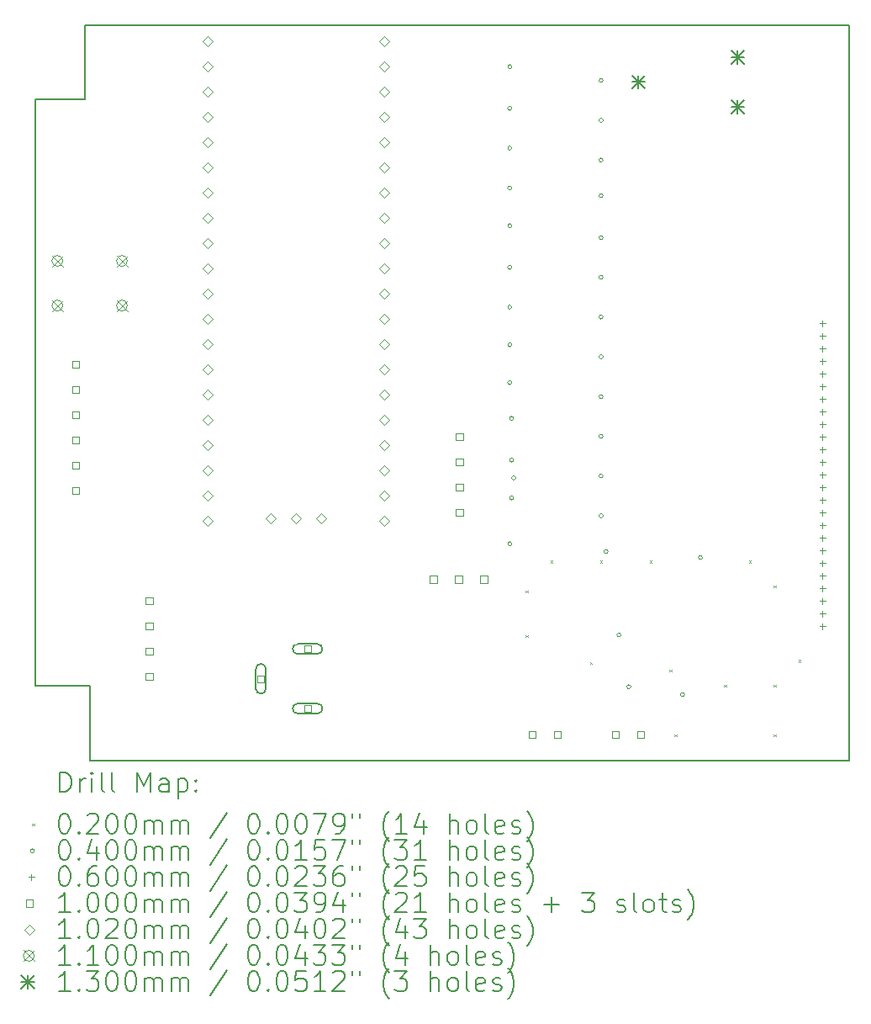
<source format=gbr>
%TF.GenerationSoftware,KiCad,Pcbnew,(6.0.7)*%
%TF.CreationDate,2023-01-31T21:08:54+00:00*%
%TF.ProjectId,dmf-5008-backpack,646d662d-3530-4303-982d-6261636b7061,rev?*%
%TF.SameCoordinates,Original*%
%TF.FileFunction,Drillmap*%
%TF.FilePolarity,Positive*%
%FSLAX45Y45*%
G04 Gerber Fmt 4.5, Leading zero omitted, Abs format (unit mm)*
G04 Created by KiCad (PCBNEW (6.0.7)) date 2023-01-31 21:08:54*
%MOMM*%
%LPD*%
G01*
G04 APERTURE LIST*
%ADD10C,0.150000*%
%ADD11C,0.200000*%
%ADD12C,0.020000*%
%ADD13C,0.040000*%
%ADD14C,0.060000*%
%ADD15C,0.100000*%
%ADD16C,0.102000*%
%ADD17C,0.110000*%
%ADD18C,0.130000*%
G04 APERTURE END LIST*
D10*
X10850000Y-12750000D02*
X10300000Y-12750000D01*
X18500000Y-6100000D02*
X18500000Y-13500000D01*
X10300000Y-6850000D02*
X10800000Y-6850000D01*
X10800000Y-6850000D02*
X10800000Y-6100000D01*
X10850000Y-13500000D02*
X10850000Y-12750000D01*
X10800000Y-6100000D02*
X18500000Y-6100000D01*
X18500000Y-13500000D02*
X10850000Y-13500000D01*
X10300000Y-12750000D02*
X10300000Y-6850000D01*
D11*
D12*
X15240000Y-11790000D02*
X15260000Y-11810000D01*
X15260000Y-11790000D02*
X15240000Y-11810000D01*
X15240000Y-12240000D02*
X15260000Y-12260000D01*
X15260000Y-12240000D02*
X15240000Y-12260000D01*
X15490000Y-11490000D02*
X15510000Y-11510000D01*
X15510000Y-11490000D02*
X15490000Y-11510000D01*
X15890000Y-12510000D02*
X15910000Y-12530000D01*
X15910000Y-12510000D02*
X15890000Y-12530000D01*
X15990000Y-11490000D02*
X16010000Y-11510000D01*
X16010000Y-11490000D02*
X15990000Y-11510000D01*
X16490000Y-11490000D02*
X16510000Y-11510000D01*
X16510000Y-11490000D02*
X16490000Y-11510000D01*
X16690000Y-12590000D02*
X16710000Y-12610000D01*
X16710000Y-12590000D02*
X16690000Y-12610000D01*
X16740000Y-13240000D02*
X16760000Y-13260000D01*
X16760000Y-13240000D02*
X16740000Y-13260000D01*
X17240000Y-12740000D02*
X17260000Y-12760000D01*
X17260000Y-12740000D02*
X17240000Y-12760000D01*
X17490000Y-11490000D02*
X17510000Y-11510000D01*
X17510000Y-11490000D02*
X17490000Y-11510000D01*
X17740000Y-11740000D02*
X17760000Y-11760000D01*
X17760000Y-11740000D02*
X17740000Y-11760000D01*
X17740000Y-12740000D02*
X17760000Y-12760000D01*
X17760000Y-12740000D02*
X17740000Y-12760000D01*
X17740000Y-13240000D02*
X17760000Y-13260000D01*
X17760000Y-13240000D02*
X17740000Y-13260000D01*
X17990000Y-12490000D02*
X18010000Y-12510000D01*
X18010000Y-12490000D02*
X17990000Y-12510000D01*
D13*
X15100000Y-6520000D02*
G75*
G03*
X15100000Y-6520000I-20000J0D01*
G01*
X15100000Y-6940000D02*
G75*
G03*
X15100000Y-6940000I-20000J0D01*
G01*
X15100000Y-7340000D02*
G75*
G03*
X15100000Y-7340000I-20000J0D01*
G01*
X15100000Y-7740000D02*
G75*
G03*
X15100000Y-7740000I-20000J0D01*
G01*
X15100000Y-8120000D02*
G75*
G03*
X15100000Y-8120000I-20000J0D01*
G01*
X15100000Y-8540000D02*
G75*
G03*
X15100000Y-8540000I-20000J0D01*
G01*
X15100000Y-8940000D02*
G75*
G03*
X15100000Y-8940000I-20000J0D01*
G01*
X15100000Y-9320000D02*
G75*
G03*
X15100000Y-9320000I-20000J0D01*
G01*
X15100000Y-9700000D02*
G75*
G03*
X15100000Y-9700000I-20000J0D01*
G01*
X15100000Y-11320000D02*
G75*
G03*
X15100000Y-11320000I-20000J0D01*
G01*
X15120000Y-10060000D02*
G75*
G03*
X15120000Y-10060000I-20000J0D01*
G01*
X15120000Y-10480000D02*
G75*
G03*
X15120000Y-10480000I-20000J0D01*
G01*
X15120000Y-10860000D02*
G75*
G03*
X15120000Y-10860000I-20000J0D01*
G01*
X15140000Y-10660000D02*
G75*
G03*
X15140000Y-10660000I-20000J0D01*
G01*
X16020000Y-6660000D02*
G75*
G03*
X16020000Y-6660000I-20000J0D01*
G01*
X16020000Y-7060000D02*
G75*
G03*
X16020000Y-7060000I-20000J0D01*
G01*
X16020000Y-7460000D02*
G75*
G03*
X16020000Y-7460000I-20000J0D01*
G01*
X16020000Y-7820000D02*
G75*
G03*
X16020000Y-7820000I-20000J0D01*
G01*
X16020000Y-8240000D02*
G75*
G03*
X16020000Y-8240000I-20000J0D01*
G01*
X16020000Y-8640000D02*
G75*
G03*
X16020000Y-8640000I-20000J0D01*
G01*
X16020000Y-9040000D02*
G75*
G03*
X16020000Y-9040000I-20000J0D01*
G01*
X16020000Y-9440000D02*
G75*
G03*
X16020000Y-9440000I-20000J0D01*
G01*
X16020000Y-9840000D02*
G75*
G03*
X16020000Y-9840000I-20000J0D01*
G01*
X16020000Y-10240000D02*
G75*
G03*
X16020000Y-10240000I-20000J0D01*
G01*
X16020000Y-10640000D02*
G75*
G03*
X16020000Y-10640000I-20000J0D01*
G01*
X16020000Y-11040000D02*
G75*
G03*
X16020000Y-11040000I-20000J0D01*
G01*
X16070000Y-11400000D02*
G75*
G03*
X16070000Y-11400000I-20000J0D01*
G01*
X16200000Y-12240000D02*
G75*
G03*
X16200000Y-12240000I-20000J0D01*
G01*
X16300000Y-12760000D02*
G75*
G03*
X16300000Y-12760000I-20000J0D01*
G01*
X16840000Y-12840000D02*
G75*
G03*
X16840000Y-12840000I-20000J0D01*
G01*
X17020000Y-11460000D02*
G75*
G03*
X17020000Y-11460000I-20000J0D01*
G01*
D14*
X18230000Y-9072000D02*
X18230000Y-9132000D01*
X18200000Y-9102000D02*
X18260000Y-9102000D01*
X18230000Y-9199000D02*
X18230000Y-9259000D01*
X18200000Y-9229000D02*
X18260000Y-9229000D01*
X18230000Y-9326000D02*
X18230000Y-9386000D01*
X18200000Y-9356000D02*
X18260000Y-9356000D01*
X18230000Y-9453000D02*
X18230000Y-9513000D01*
X18200000Y-9483000D02*
X18260000Y-9483000D01*
X18230000Y-9580000D02*
X18230000Y-9640000D01*
X18200000Y-9610000D02*
X18260000Y-9610000D01*
X18230000Y-9707000D02*
X18230000Y-9767000D01*
X18200000Y-9737000D02*
X18260000Y-9737000D01*
X18230000Y-9834000D02*
X18230000Y-9894000D01*
X18200000Y-9864000D02*
X18260000Y-9864000D01*
X18230000Y-9961000D02*
X18230000Y-10021000D01*
X18200000Y-9991000D02*
X18260000Y-9991000D01*
X18230000Y-10088000D02*
X18230000Y-10148000D01*
X18200000Y-10118000D02*
X18260000Y-10118000D01*
X18230000Y-10215000D02*
X18230000Y-10275000D01*
X18200000Y-10245000D02*
X18260000Y-10245000D01*
X18230000Y-10342000D02*
X18230000Y-10402000D01*
X18200000Y-10372000D02*
X18260000Y-10372000D01*
X18230000Y-10469000D02*
X18230000Y-10529000D01*
X18200000Y-10499000D02*
X18260000Y-10499000D01*
X18230000Y-10596000D02*
X18230000Y-10656000D01*
X18200000Y-10626000D02*
X18260000Y-10626000D01*
X18230000Y-10723000D02*
X18230000Y-10783000D01*
X18200000Y-10753000D02*
X18260000Y-10753000D01*
X18230000Y-10850000D02*
X18230000Y-10910000D01*
X18200000Y-10880000D02*
X18260000Y-10880000D01*
X18230000Y-10977000D02*
X18230000Y-11037000D01*
X18200000Y-11007000D02*
X18260000Y-11007000D01*
X18230000Y-11104000D02*
X18230000Y-11164000D01*
X18200000Y-11134000D02*
X18260000Y-11134000D01*
X18230000Y-11231000D02*
X18230000Y-11291000D01*
X18200000Y-11261000D02*
X18260000Y-11261000D01*
X18230000Y-11358000D02*
X18230000Y-11418000D01*
X18200000Y-11388000D02*
X18260000Y-11388000D01*
X18230000Y-11485000D02*
X18230000Y-11545000D01*
X18200000Y-11515000D02*
X18260000Y-11515000D01*
X18230000Y-11612000D02*
X18230000Y-11672000D01*
X18200000Y-11642000D02*
X18260000Y-11642000D01*
X18230000Y-11739000D02*
X18230000Y-11799000D01*
X18200000Y-11769000D02*
X18260000Y-11769000D01*
X18230000Y-11866000D02*
X18230000Y-11926000D01*
X18200000Y-11896000D02*
X18260000Y-11896000D01*
X18230000Y-11993000D02*
X18230000Y-12053000D01*
X18200000Y-12023000D02*
X18260000Y-12023000D01*
X18230000Y-12120000D02*
X18230000Y-12180000D01*
X18200000Y-12150000D02*
X18260000Y-12150000D01*
D15*
X10745356Y-9550356D02*
X10745356Y-9479644D01*
X10674644Y-9479644D01*
X10674644Y-9550356D01*
X10745356Y-9550356D01*
X10745356Y-9804356D02*
X10745356Y-9733644D01*
X10674644Y-9733644D01*
X10674644Y-9804356D01*
X10745356Y-9804356D01*
X10745356Y-10058356D02*
X10745356Y-9987644D01*
X10674644Y-9987644D01*
X10674644Y-10058356D01*
X10745356Y-10058356D01*
X10745356Y-10312356D02*
X10745356Y-10241644D01*
X10674644Y-10241644D01*
X10674644Y-10312356D01*
X10745356Y-10312356D01*
X10745356Y-10566356D02*
X10745356Y-10495644D01*
X10674644Y-10495644D01*
X10674644Y-10566356D01*
X10745356Y-10566356D01*
X10745356Y-10820356D02*
X10745356Y-10749644D01*
X10674644Y-10749644D01*
X10674644Y-10820356D01*
X10745356Y-10820356D01*
X11485356Y-11931356D02*
X11485356Y-11860644D01*
X11414644Y-11860644D01*
X11414644Y-11931356D01*
X11485356Y-11931356D01*
X11485356Y-12185356D02*
X11485356Y-12114644D01*
X11414644Y-12114644D01*
X11414644Y-12185356D01*
X11485356Y-12185356D01*
X11485356Y-12439356D02*
X11485356Y-12368644D01*
X11414644Y-12368644D01*
X11414644Y-12439356D01*
X11485356Y-12439356D01*
X11485356Y-12693356D02*
X11485356Y-12622644D01*
X11414644Y-12622644D01*
X11414644Y-12693356D01*
X11485356Y-12693356D01*
X12609606Y-12715356D02*
X12609606Y-12644644D01*
X12538894Y-12644644D01*
X12538894Y-12715356D01*
X12609606Y-12715356D01*
D11*
X12624250Y-12780000D02*
X12624250Y-12580000D01*
X12524250Y-12780000D02*
X12524250Y-12580000D01*
X12624250Y-12580000D02*
G75*
G03*
X12524250Y-12580000I-50000J0D01*
G01*
X12524250Y-12780000D02*
G75*
G03*
X12624250Y-12780000I50000J0D01*
G01*
D15*
X13079606Y-12415356D02*
X13079606Y-12344644D01*
X13008894Y-12344644D01*
X13008894Y-12415356D01*
X13079606Y-12415356D01*
D11*
X12944250Y-12430000D02*
X13144250Y-12430000D01*
X12944250Y-12330000D02*
X13144250Y-12330000D01*
X13144250Y-12430000D02*
G75*
G03*
X13144250Y-12330000I0J50000D01*
G01*
X12944250Y-12330000D02*
G75*
G03*
X12944250Y-12430000I0J-50000D01*
G01*
D15*
X13079606Y-13015356D02*
X13079606Y-12944644D01*
X13008894Y-12944644D01*
X13008894Y-13015356D01*
X13079606Y-13015356D01*
D11*
X12944250Y-13030000D02*
X13144250Y-13030000D01*
X12944250Y-12930000D02*
X13144250Y-12930000D01*
X13144250Y-13030000D02*
G75*
G03*
X13144250Y-12930000I0J50000D01*
G01*
X12944250Y-12930000D02*
G75*
G03*
X12944250Y-13030000I0J-50000D01*
G01*
D15*
X14347356Y-11715356D02*
X14347356Y-11644644D01*
X14276644Y-11644644D01*
X14276644Y-11715356D01*
X14347356Y-11715356D01*
X14601356Y-11715356D02*
X14601356Y-11644644D01*
X14530644Y-11644644D01*
X14530644Y-11715356D01*
X14601356Y-11715356D01*
X14610356Y-10277356D02*
X14610356Y-10206644D01*
X14539644Y-10206644D01*
X14539644Y-10277356D01*
X14610356Y-10277356D01*
X14610356Y-10531356D02*
X14610356Y-10460644D01*
X14539644Y-10460644D01*
X14539644Y-10531356D01*
X14610356Y-10531356D01*
X14610356Y-10785356D02*
X14610356Y-10714644D01*
X14539644Y-10714644D01*
X14539644Y-10785356D01*
X14610356Y-10785356D01*
X14610356Y-11039356D02*
X14610356Y-10968644D01*
X14539644Y-10968644D01*
X14539644Y-11039356D01*
X14610356Y-11039356D01*
X14855356Y-11715356D02*
X14855356Y-11644644D01*
X14784644Y-11644644D01*
X14784644Y-11715356D01*
X14855356Y-11715356D01*
X15341356Y-13275356D02*
X15341356Y-13204644D01*
X15270644Y-13204644D01*
X15270644Y-13275356D01*
X15341356Y-13275356D01*
X15595356Y-13275356D02*
X15595356Y-13204644D01*
X15524644Y-13204644D01*
X15524644Y-13275356D01*
X15595356Y-13275356D01*
X16181356Y-13275356D02*
X16181356Y-13204644D01*
X16110644Y-13204644D01*
X16110644Y-13275356D01*
X16181356Y-13275356D01*
X16435356Y-13275356D02*
X16435356Y-13204644D01*
X16364644Y-13204644D01*
X16364644Y-13275356D01*
X16435356Y-13275356D01*
D16*
X12036000Y-6313000D02*
X12087000Y-6262000D01*
X12036000Y-6211000D01*
X11985000Y-6262000D01*
X12036000Y-6313000D01*
X12036000Y-6567000D02*
X12087000Y-6516000D01*
X12036000Y-6465000D01*
X11985000Y-6516000D01*
X12036000Y-6567000D01*
X12036000Y-6821000D02*
X12087000Y-6770000D01*
X12036000Y-6719000D01*
X11985000Y-6770000D01*
X12036000Y-6821000D01*
X12036000Y-7075000D02*
X12087000Y-7024000D01*
X12036000Y-6973000D01*
X11985000Y-7024000D01*
X12036000Y-7075000D01*
X12036000Y-7329000D02*
X12087000Y-7278000D01*
X12036000Y-7227000D01*
X11985000Y-7278000D01*
X12036000Y-7329000D01*
X12036000Y-7583000D02*
X12087000Y-7532000D01*
X12036000Y-7481000D01*
X11985000Y-7532000D01*
X12036000Y-7583000D01*
X12036000Y-7837000D02*
X12087000Y-7786000D01*
X12036000Y-7735000D01*
X11985000Y-7786000D01*
X12036000Y-7837000D01*
X12036000Y-8091000D02*
X12087000Y-8040000D01*
X12036000Y-7989000D01*
X11985000Y-8040000D01*
X12036000Y-8091000D01*
X12036000Y-8345000D02*
X12087000Y-8294000D01*
X12036000Y-8243000D01*
X11985000Y-8294000D01*
X12036000Y-8345000D01*
X12036000Y-8599000D02*
X12087000Y-8548000D01*
X12036000Y-8497000D01*
X11985000Y-8548000D01*
X12036000Y-8599000D01*
X12036000Y-8853000D02*
X12087000Y-8802000D01*
X12036000Y-8751000D01*
X11985000Y-8802000D01*
X12036000Y-8853000D01*
X12036000Y-9107000D02*
X12087000Y-9056000D01*
X12036000Y-9005000D01*
X11985000Y-9056000D01*
X12036000Y-9107000D01*
X12036000Y-9361000D02*
X12087000Y-9310000D01*
X12036000Y-9259000D01*
X11985000Y-9310000D01*
X12036000Y-9361000D01*
X12036000Y-9615000D02*
X12087000Y-9564000D01*
X12036000Y-9513000D01*
X11985000Y-9564000D01*
X12036000Y-9615000D01*
X12036000Y-9869000D02*
X12087000Y-9818000D01*
X12036000Y-9767000D01*
X11985000Y-9818000D01*
X12036000Y-9869000D01*
X12036000Y-10123000D02*
X12087000Y-10072000D01*
X12036000Y-10021000D01*
X11985000Y-10072000D01*
X12036000Y-10123000D01*
X12036000Y-10377000D02*
X12087000Y-10326000D01*
X12036000Y-10275000D01*
X11985000Y-10326000D01*
X12036000Y-10377000D01*
X12036000Y-10631000D02*
X12087000Y-10580000D01*
X12036000Y-10529000D01*
X11985000Y-10580000D01*
X12036000Y-10631000D01*
X12036000Y-10885000D02*
X12087000Y-10834000D01*
X12036000Y-10783000D01*
X11985000Y-10834000D01*
X12036000Y-10885000D01*
X12036000Y-11139000D02*
X12087000Y-11088000D01*
X12036000Y-11037000D01*
X11985000Y-11088000D01*
X12036000Y-11139000D01*
X12671000Y-11116000D02*
X12722000Y-11065000D01*
X12671000Y-11014000D01*
X12620000Y-11065000D01*
X12671000Y-11116000D01*
X12925000Y-11116000D02*
X12976000Y-11065000D01*
X12925000Y-11014000D01*
X12874000Y-11065000D01*
X12925000Y-11116000D01*
X13179000Y-11116000D02*
X13230000Y-11065000D01*
X13179000Y-11014000D01*
X13128000Y-11065000D01*
X13179000Y-11116000D01*
X13814000Y-6313000D02*
X13865000Y-6262000D01*
X13814000Y-6211000D01*
X13763000Y-6262000D01*
X13814000Y-6313000D01*
X13814000Y-6567000D02*
X13865000Y-6516000D01*
X13814000Y-6465000D01*
X13763000Y-6516000D01*
X13814000Y-6567000D01*
X13814000Y-6821000D02*
X13865000Y-6770000D01*
X13814000Y-6719000D01*
X13763000Y-6770000D01*
X13814000Y-6821000D01*
X13814000Y-7075000D02*
X13865000Y-7024000D01*
X13814000Y-6973000D01*
X13763000Y-7024000D01*
X13814000Y-7075000D01*
X13814000Y-7329000D02*
X13865000Y-7278000D01*
X13814000Y-7227000D01*
X13763000Y-7278000D01*
X13814000Y-7329000D01*
X13814000Y-7583000D02*
X13865000Y-7532000D01*
X13814000Y-7481000D01*
X13763000Y-7532000D01*
X13814000Y-7583000D01*
X13814000Y-7837000D02*
X13865000Y-7786000D01*
X13814000Y-7735000D01*
X13763000Y-7786000D01*
X13814000Y-7837000D01*
X13814000Y-8091000D02*
X13865000Y-8040000D01*
X13814000Y-7989000D01*
X13763000Y-8040000D01*
X13814000Y-8091000D01*
X13814000Y-8345000D02*
X13865000Y-8294000D01*
X13814000Y-8243000D01*
X13763000Y-8294000D01*
X13814000Y-8345000D01*
X13814000Y-8599000D02*
X13865000Y-8548000D01*
X13814000Y-8497000D01*
X13763000Y-8548000D01*
X13814000Y-8599000D01*
X13814000Y-8853000D02*
X13865000Y-8802000D01*
X13814000Y-8751000D01*
X13763000Y-8802000D01*
X13814000Y-8853000D01*
X13814000Y-9107000D02*
X13865000Y-9056000D01*
X13814000Y-9005000D01*
X13763000Y-9056000D01*
X13814000Y-9107000D01*
X13814000Y-9361000D02*
X13865000Y-9310000D01*
X13814000Y-9259000D01*
X13763000Y-9310000D01*
X13814000Y-9361000D01*
X13814000Y-9615000D02*
X13865000Y-9564000D01*
X13814000Y-9513000D01*
X13763000Y-9564000D01*
X13814000Y-9615000D01*
X13814000Y-9869000D02*
X13865000Y-9818000D01*
X13814000Y-9767000D01*
X13763000Y-9818000D01*
X13814000Y-9869000D01*
X13814000Y-10123000D02*
X13865000Y-10072000D01*
X13814000Y-10021000D01*
X13763000Y-10072000D01*
X13814000Y-10123000D01*
X13814000Y-10377000D02*
X13865000Y-10326000D01*
X13814000Y-10275000D01*
X13763000Y-10326000D01*
X13814000Y-10377000D01*
X13814000Y-10631000D02*
X13865000Y-10580000D01*
X13814000Y-10529000D01*
X13763000Y-10580000D01*
X13814000Y-10631000D01*
X13814000Y-10885000D02*
X13865000Y-10834000D01*
X13814000Y-10783000D01*
X13763000Y-10834000D01*
X13814000Y-10885000D01*
X13814000Y-11139000D02*
X13865000Y-11088000D01*
X13814000Y-11037000D01*
X13763000Y-11088000D01*
X13814000Y-11139000D01*
D17*
X10470000Y-8420000D02*
X10580000Y-8530000D01*
X10580000Y-8420000D02*
X10470000Y-8530000D01*
X10580000Y-8475000D02*
G75*
G03*
X10580000Y-8475000I-55000J0D01*
G01*
X10470000Y-8870000D02*
X10580000Y-8980000D01*
X10580000Y-8870000D02*
X10470000Y-8980000D01*
X10580000Y-8925000D02*
G75*
G03*
X10580000Y-8925000I-55000J0D01*
G01*
X11120000Y-8420000D02*
X11230000Y-8530000D01*
X11230000Y-8420000D02*
X11120000Y-8530000D01*
X11230000Y-8475000D02*
G75*
G03*
X11230000Y-8475000I-55000J0D01*
G01*
X11120000Y-8870000D02*
X11230000Y-8980000D01*
X11230000Y-8870000D02*
X11120000Y-8980000D01*
X11230000Y-8925000D02*
G75*
G03*
X11230000Y-8925000I-55000J0D01*
G01*
D18*
X16310000Y-6610000D02*
X16440000Y-6740000D01*
X16440000Y-6610000D02*
X16310000Y-6740000D01*
X16375000Y-6610000D02*
X16375000Y-6740000D01*
X16310000Y-6675000D02*
X16440000Y-6675000D01*
X17310000Y-6360000D02*
X17440000Y-6490000D01*
X17440000Y-6360000D02*
X17310000Y-6490000D01*
X17375000Y-6360000D02*
X17375000Y-6490000D01*
X17310000Y-6425000D02*
X17440000Y-6425000D01*
X17310000Y-6860000D02*
X17440000Y-6990000D01*
X17440000Y-6860000D02*
X17310000Y-6990000D01*
X17375000Y-6860000D02*
X17375000Y-6990000D01*
X17310000Y-6925000D02*
X17440000Y-6925000D01*
D11*
X10550119Y-13817976D02*
X10550119Y-13617976D01*
X10597738Y-13617976D01*
X10626310Y-13627500D01*
X10645357Y-13646548D01*
X10654881Y-13665595D01*
X10664405Y-13703690D01*
X10664405Y-13732262D01*
X10654881Y-13770357D01*
X10645357Y-13789405D01*
X10626310Y-13808452D01*
X10597738Y-13817976D01*
X10550119Y-13817976D01*
X10750119Y-13817976D02*
X10750119Y-13684643D01*
X10750119Y-13722738D02*
X10759643Y-13703690D01*
X10769167Y-13694167D01*
X10788214Y-13684643D01*
X10807262Y-13684643D01*
X10873929Y-13817976D02*
X10873929Y-13684643D01*
X10873929Y-13617976D02*
X10864405Y-13627500D01*
X10873929Y-13637024D01*
X10883452Y-13627500D01*
X10873929Y-13617976D01*
X10873929Y-13637024D01*
X10997738Y-13817976D02*
X10978690Y-13808452D01*
X10969167Y-13789405D01*
X10969167Y-13617976D01*
X11102500Y-13817976D02*
X11083452Y-13808452D01*
X11073929Y-13789405D01*
X11073929Y-13617976D01*
X11331071Y-13817976D02*
X11331071Y-13617976D01*
X11397738Y-13760833D01*
X11464405Y-13617976D01*
X11464405Y-13817976D01*
X11645357Y-13817976D02*
X11645357Y-13713214D01*
X11635833Y-13694167D01*
X11616786Y-13684643D01*
X11578690Y-13684643D01*
X11559643Y-13694167D01*
X11645357Y-13808452D02*
X11626309Y-13817976D01*
X11578690Y-13817976D01*
X11559643Y-13808452D01*
X11550119Y-13789405D01*
X11550119Y-13770357D01*
X11559643Y-13751309D01*
X11578690Y-13741786D01*
X11626309Y-13741786D01*
X11645357Y-13732262D01*
X11740595Y-13684643D02*
X11740595Y-13884643D01*
X11740595Y-13694167D02*
X11759643Y-13684643D01*
X11797738Y-13684643D01*
X11816786Y-13694167D01*
X11826309Y-13703690D01*
X11835833Y-13722738D01*
X11835833Y-13779881D01*
X11826309Y-13798928D01*
X11816786Y-13808452D01*
X11797738Y-13817976D01*
X11759643Y-13817976D01*
X11740595Y-13808452D01*
X11921548Y-13798928D02*
X11931071Y-13808452D01*
X11921548Y-13817976D01*
X11912024Y-13808452D01*
X11921548Y-13798928D01*
X11921548Y-13817976D01*
X11921548Y-13694167D02*
X11931071Y-13703690D01*
X11921548Y-13713214D01*
X11912024Y-13703690D01*
X11921548Y-13694167D01*
X11921548Y-13713214D01*
D12*
X10272500Y-14137500D02*
X10292500Y-14157500D01*
X10292500Y-14137500D02*
X10272500Y-14157500D01*
D11*
X10588214Y-14037976D02*
X10607262Y-14037976D01*
X10626310Y-14047500D01*
X10635833Y-14057024D01*
X10645357Y-14076071D01*
X10654881Y-14114167D01*
X10654881Y-14161786D01*
X10645357Y-14199881D01*
X10635833Y-14218928D01*
X10626310Y-14228452D01*
X10607262Y-14237976D01*
X10588214Y-14237976D01*
X10569167Y-14228452D01*
X10559643Y-14218928D01*
X10550119Y-14199881D01*
X10540595Y-14161786D01*
X10540595Y-14114167D01*
X10550119Y-14076071D01*
X10559643Y-14057024D01*
X10569167Y-14047500D01*
X10588214Y-14037976D01*
X10740595Y-14218928D02*
X10750119Y-14228452D01*
X10740595Y-14237976D01*
X10731071Y-14228452D01*
X10740595Y-14218928D01*
X10740595Y-14237976D01*
X10826310Y-14057024D02*
X10835833Y-14047500D01*
X10854881Y-14037976D01*
X10902500Y-14037976D01*
X10921548Y-14047500D01*
X10931071Y-14057024D01*
X10940595Y-14076071D01*
X10940595Y-14095119D01*
X10931071Y-14123690D01*
X10816786Y-14237976D01*
X10940595Y-14237976D01*
X11064405Y-14037976D02*
X11083452Y-14037976D01*
X11102500Y-14047500D01*
X11112024Y-14057024D01*
X11121548Y-14076071D01*
X11131071Y-14114167D01*
X11131071Y-14161786D01*
X11121548Y-14199881D01*
X11112024Y-14218928D01*
X11102500Y-14228452D01*
X11083452Y-14237976D01*
X11064405Y-14237976D01*
X11045357Y-14228452D01*
X11035833Y-14218928D01*
X11026310Y-14199881D01*
X11016786Y-14161786D01*
X11016786Y-14114167D01*
X11026310Y-14076071D01*
X11035833Y-14057024D01*
X11045357Y-14047500D01*
X11064405Y-14037976D01*
X11254881Y-14037976D02*
X11273928Y-14037976D01*
X11292976Y-14047500D01*
X11302500Y-14057024D01*
X11312024Y-14076071D01*
X11321548Y-14114167D01*
X11321548Y-14161786D01*
X11312024Y-14199881D01*
X11302500Y-14218928D01*
X11292976Y-14228452D01*
X11273928Y-14237976D01*
X11254881Y-14237976D01*
X11235833Y-14228452D01*
X11226309Y-14218928D01*
X11216786Y-14199881D01*
X11207262Y-14161786D01*
X11207262Y-14114167D01*
X11216786Y-14076071D01*
X11226309Y-14057024D01*
X11235833Y-14047500D01*
X11254881Y-14037976D01*
X11407262Y-14237976D02*
X11407262Y-14104643D01*
X11407262Y-14123690D02*
X11416786Y-14114167D01*
X11435833Y-14104643D01*
X11464405Y-14104643D01*
X11483452Y-14114167D01*
X11492976Y-14133214D01*
X11492976Y-14237976D01*
X11492976Y-14133214D02*
X11502500Y-14114167D01*
X11521548Y-14104643D01*
X11550119Y-14104643D01*
X11569167Y-14114167D01*
X11578690Y-14133214D01*
X11578690Y-14237976D01*
X11673928Y-14237976D02*
X11673928Y-14104643D01*
X11673928Y-14123690D02*
X11683452Y-14114167D01*
X11702500Y-14104643D01*
X11731071Y-14104643D01*
X11750119Y-14114167D01*
X11759643Y-14133214D01*
X11759643Y-14237976D01*
X11759643Y-14133214D02*
X11769167Y-14114167D01*
X11788214Y-14104643D01*
X11816786Y-14104643D01*
X11835833Y-14114167D01*
X11845357Y-14133214D01*
X11845357Y-14237976D01*
X12235833Y-14028452D02*
X12064405Y-14285595D01*
X12492976Y-14037976D02*
X12512024Y-14037976D01*
X12531071Y-14047500D01*
X12540595Y-14057024D01*
X12550119Y-14076071D01*
X12559643Y-14114167D01*
X12559643Y-14161786D01*
X12550119Y-14199881D01*
X12540595Y-14218928D01*
X12531071Y-14228452D01*
X12512024Y-14237976D01*
X12492976Y-14237976D01*
X12473928Y-14228452D01*
X12464405Y-14218928D01*
X12454881Y-14199881D01*
X12445357Y-14161786D01*
X12445357Y-14114167D01*
X12454881Y-14076071D01*
X12464405Y-14057024D01*
X12473928Y-14047500D01*
X12492976Y-14037976D01*
X12645357Y-14218928D02*
X12654881Y-14228452D01*
X12645357Y-14237976D01*
X12635833Y-14228452D01*
X12645357Y-14218928D01*
X12645357Y-14237976D01*
X12778690Y-14037976D02*
X12797738Y-14037976D01*
X12816786Y-14047500D01*
X12826309Y-14057024D01*
X12835833Y-14076071D01*
X12845357Y-14114167D01*
X12845357Y-14161786D01*
X12835833Y-14199881D01*
X12826309Y-14218928D01*
X12816786Y-14228452D01*
X12797738Y-14237976D01*
X12778690Y-14237976D01*
X12759643Y-14228452D01*
X12750119Y-14218928D01*
X12740595Y-14199881D01*
X12731071Y-14161786D01*
X12731071Y-14114167D01*
X12740595Y-14076071D01*
X12750119Y-14057024D01*
X12759643Y-14047500D01*
X12778690Y-14037976D01*
X12969167Y-14037976D02*
X12988214Y-14037976D01*
X13007262Y-14047500D01*
X13016786Y-14057024D01*
X13026309Y-14076071D01*
X13035833Y-14114167D01*
X13035833Y-14161786D01*
X13026309Y-14199881D01*
X13016786Y-14218928D01*
X13007262Y-14228452D01*
X12988214Y-14237976D01*
X12969167Y-14237976D01*
X12950119Y-14228452D01*
X12940595Y-14218928D01*
X12931071Y-14199881D01*
X12921548Y-14161786D01*
X12921548Y-14114167D01*
X12931071Y-14076071D01*
X12940595Y-14057024D01*
X12950119Y-14047500D01*
X12969167Y-14037976D01*
X13102500Y-14037976D02*
X13235833Y-14037976D01*
X13150119Y-14237976D01*
X13321548Y-14237976D02*
X13359643Y-14237976D01*
X13378690Y-14228452D01*
X13388214Y-14218928D01*
X13407262Y-14190357D01*
X13416786Y-14152262D01*
X13416786Y-14076071D01*
X13407262Y-14057024D01*
X13397738Y-14047500D01*
X13378690Y-14037976D01*
X13340595Y-14037976D01*
X13321548Y-14047500D01*
X13312024Y-14057024D01*
X13302500Y-14076071D01*
X13302500Y-14123690D01*
X13312024Y-14142738D01*
X13321548Y-14152262D01*
X13340595Y-14161786D01*
X13378690Y-14161786D01*
X13397738Y-14152262D01*
X13407262Y-14142738D01*
X13416786Y-14123690D01*
X13492976Y-14037976D02*
X13492976Y-14076071D01*
X13569167Y-14037976D02*
X13569167Y-14076071D01*
X13864405Y-14314167D02*
X13854881Y-14304643D01*
X13835833Y-14276071D01*
X13826309Y-14257024D01*
X13816786Y-14228452D01*
X13807262Y-14180833D01*
X13807262Y-14142738D01*
X13816786Y-14095119D01*
X13826309Y-14066548D01*
X13835833Y-14047500D01*
X13854881Y-14018928D01*
X13864405Y-14009405D01*
X14045357Y-14237976D02*
X13931071Y-14237976D01*
X13988214Y-14237976D02*
X13988214Y-14037976D01*
X13969167Y-14066548D01*
X13950119Y-14085595D01*
X13931071Y-14095119D01*
X14216786Y-14104643D02*
X14216786Y-14237976D01*
X14169167Y-14028452D02*
X14121548Y-14171309D01*
X14245357Y-14171309D01*
X14473928Y-14237976D02*
X14473928Y-14037976D01*
X14559643Y-14237976D02*
X14559643Y-14133214D01*
X14550119Y-14114167D01*
X14531071Y-14104643D01*
X14502500Y-14104643D01*
X14483452Y-14114167D01*
X14473928Y-14123690D01*
X14683452Y-14237976D02*
X14664405Y-14228452D01*
X14654881Y-14218928D01*
X14645357Y-14199881D01*
X14645357Y-14142738D01*
X14654881Y-14123690D01*
X14664405Y-14114167D01*
X14683452Y-14104643D01*
X14712024Y-14104643D01*
X14731071Y-14114167D01*
X14740595Y-14123690D01*
X14750119Y-14142738D01*
X14750119Y-14199881D01*
X14740595Y-14218928D01*
X14731071Y-14228452D01*
X14712024Y-14237976D01*
X14683452Y-14237976D01*
X14864405Y-14237976D02*
X14845357Y-14228452D01*
X14835833Y-14209405D01*
X14835833Y-14037976D01*
X15016786Y-14228452D02*
X14997738Y-14237976D01*
X14959643Y-14237976D01*
X14940595Y-14228452D01*
X14931071Y-14209405D01*
X14931071Y-14133214D01*
X14940595Y-14114167D01*
X14959643Y-14104643D01*
X14997738Y-14104643D01*
X15016786Y-14114167D01*
X15026309Y-14133214D01*
X15026309Y-14152262D01*
X14931071Y-14171309D01*
X15102500Y-14228452D02*
X15121548Y-14237976D01*
X15159643Y-14237976D01*
X15178690Y-14228452D01*
X15188214Y-14209405D01*
X15188214Y-14199881D01*
X15178690Y-14180833D01*
X15159643Y-14171309D01*
X15131071Y-14171309D01*
X15112024Y-14161786D01*
X15102500Y-14142738D01*
X15102500Y-14133214D01*
X15112024Y-14114167D01*
X15131071Y-14104643D01*
X15159643Y-14104643D01*
X15178690Y-14114167D01*
X15254881Y-14314167D02*
X15264405Y-14304643D01*
X15283452Y-14276071D01*
X15292976Y-14257024D01*
X15302500Y-14228452D01*
X15312024Y-14180833D01*
X15312024Y-14142738D01*
X15302500Y-14095119D01*
X15292976Y-14066548D01*
X15283452Y-14047500D01*
X15264405Y-14018928D01*
X15254881Y-14009405D01*
D13*
X10292500Y-14411500D02*
G75*
G03*
X10292500Y-14411500I-20000J0D01*
G01*
D11*
X10588214Y-14301976D02*
X10607262Y-14301976D01*
X10626310Y-14311500D01*
X10635833Y-14321024D01*
X10645357Y-14340071D01*
X10654881Y-14378167D01*
X10654881Y-14425786D01*
X10645357Y-14463881D01*
X10635833Y-14482928D01*
X10626310Y-14492452D01*
X10607262Y-14501976D01*
X10588214Y-14501976D01*
X10569167Y-14492452D01*
X10559643Y-14482928D01*
X10550119Y-14463881D01*
X10540595Y-14425786D01*
X10540595Y-14378167D01*
X10550119Y-14340071D01*
X10559643Y-14321024D01*
X10569167Y-14311500D01*
X10588214Y-14301976D01*
X10740595Y-14482928D02*
X10750119Y-14492452D01*
X10740595Y-14501976D01*
X10731071Y-14492452D01*
X10740595Y-14482928D01*
X10740595Y-14501976D01*
X10921548Y-14368643D02*
X10921548Y-14501976D01*
X10873929Y-14292452D02*
X10826310Y-14435309D01*
X10950119Y-14435309D01*
X11064405Y-14301976D02*
X11083452Y-14301976D01*
X11102500Y-14311500D01*
X11112024Y-14321024D01*
X11121548Y-14340071D01*
X11131071Y-14378167D01*
X11131071Y-14425786D01*
X11121548Y-14463881D01*
X11112024Y-14482928D01*
X11102500Y-14492452D01*
X11083452Y-14501976D01*
X11064405Y-14501976D01*
X11045357Y-14492452D01*
X11035833Y-14482928D01*
X11026310Y-14463881D01*
X11016786Y-14425786D01*
X11016786Y-14378167D01*
X11026310Y-14340071D01*
X11035833Y-14321024D01*
X11045357Y-14311500D01*
X11064405Y-14301976D01*
X11254881Y-14301976D02*
X11273928Y-14301976D01*
X11292976Y-14311500D01*
X11302500Y-14321024D01*
X11312024Y-14340071D01*
X11321548Y-14378167D01*
X11321548Y-14425786D01*
X11312024Y-14463881D01*
X11302500Y-14482928D01*
X11292976Y-14492452D01*
X11273928Y-14501976D01*
X11254881Y-14501976D01*
X11235833Y-14492452D01*
X11226309Y-14482928D01*
X11216786Y-14463881D01*
X11207262Y-14425786D01*
X11207262Y-14378167D01*
X11216786Y-14340071D01*
X11226309Y-14321024D01*
X11235833Y-14311500D01*
X11254881Y-14301976D01*
X11407262Y-14501976D02*
X11407262Y-14368643D01*
X11407262Y-14387690D02*
X11416786Y-14378167D01*
X11435833Y-14368643D01*
X11464405Y-14368643D01*
X11483452Y-14378167D01*
X11492976Y-14397214D01*
X11492976Y-14501976D01*
X11492976Y-14397214D02*
X11502500Y-14378167D01*
X11521548Y-14368643D01*
X11550119Y-14368643D01*
X11569167Y-14378167D01*
X11578690Y-14397214D01*
X11578690Y-14501976D01*
X11673928Y-14501976D02*
X11673928Y-14368643D01*
X11673928Y-14387690D02*
X11683452Y-14378167D01*
X11702500Y-14368643D01*
X11731071Y-14368643D01*
X11750119Y-14378167D01*
X11759643Y-14397214D01*
X11759643Y-14501976D01*
X11759643Y-14397214D02*
X11769167Y-14378167D01*
X11788214Y-14368643D01*
X11816786Y-14368643D01*
X11835833Y-14378167D01*
X11845357Y-14397214D01*
X11845357Y-14501976D01*
X12235833Y-14292452D02*
X12064405Y-14549595D01*
X12492976Y-14301976D02*
X12512024Y-14301976D01*
X12531071Y-14311500D01*
X12540595Y-14321024D01*
X12550119Y-14340071D01*
X12559643Y-14378167D01*
X12559643Y-14425786D01*
X12550119Y-14463881D01*
X12540595Y-14482928D01*
X12531071Y-14492452D01*
X12512024Y-14501976D01*
X12492976Y-14501976D01*
X12473928Y-14492452D01*
X12464405Y-14482928D01*
X12454881Y-14463881D01*
X12445357Y-14425786D01*
X12445357Y-14378167D01*
X12454881Y-14340071D01*
X12464405Y-14321024D01*
X12473928Y-14311500D01*
X12492976Y-14301976D01*
X12645357Y-14482928D02*
X12654881Y-14492452D01*
X12645357Y-14501976D01*
X12635833Y-14492452D01*
X12645357Y-14482928D01*
X12645357Y-14501976D01*
X12778690Y-14301976D02*
X12797738Y-14301976D01*
X12816786Y-14311500D01*
X12826309Y-14321024D01*
X12835833Y-14340071D01*
X12845357Y-14378167D01*
X12845357Y-14425786D01*
X12835833Y-14463881D01*
X12826309Y-14482928D01*
X12816786Y-14492452D01*
X12797738Y-14501976D01*
X12778690Y-14501976D01*
X12759643Y-14492452D01*
X12750119Y-14482928D01*
X12740595Y-14463881D01*
X12731071Y-14425786D01*
X12731071Y-14378167D01*
X12740595Y-14340071D01*
X12750119Y-14321024D01*
X12759643Y-14311500D01*
X12778690Y-14301976D01*
X13035833Y-14501976D02*
X12921548Y-14501976D01*
X12978690Y-14501976D02*
X12978690Y-14301976D01*
X12959643Y-14330548D01*
X12940595Y-14349595D01*
X12921548Y-14359119D01*
X13216786Y-14301976D02*
X13121548Y-14301976D01*
X13112024Y-14397214D01*
X13121548Y-14387690D01*
X13140595Y-14378167D01*
X13188214Y-14378167D01*
X13207262Y-14387690D01*
X13216786Y-14397214D01*
X13226309Y-14416262D01*
X13226309Y-14463881D01*
X13216786Y-14482928D01*
X13207262Y-14492452D01*
X13188214Y-14501976D01*
X13140595Y-14501976D01*
X13121548Y-14492452D01*
X13112024Y-14482928D01*
X13292976Y-14301976D02*
X13426309Y-14301976D01*
X13340595Y-14501976D01*
X13492976Y-14301976D02*
X13492976Y-14340071D01*
X13569167Y-14301976D02*
X13569167Y-14340071D01*
X13864405Y-14578167D02*
X13854881Y-14568643D01*
X13835833Y-14540071D01*
X13826309Y-14521024D01*
X13816786Y-14492452D01*
X13807262Y-14444833D01*
X13807262Y-14406738D01*
X13816786Y-14359119D01*
X13826309Y-14330548D01*
X13835833Y-14311500D01*
X13854881Y-14282928D01*
X13864405Y-14273405D01*
X13921548Y-14301976D02*
X14045357Y-14301976D01*
X13978690Y-14378167D01*
X14007262Y-14378167D01*
X14026309Y-14387690D01*
X14035833Y-14397214D01*
X14045357Y-14416262D01*
X14045357Y-14463881D01*
X14035833Y-14482928D01*
X14026309Y-14492452D01*
X14007262Y-14501976D01*
X13950119Y-14501976D01*
X13931071Y-14492452D01*
X13921548Y-14482928D01*
X14235833Y-14501976D02*
X14121548Y-14501976D01*
X14178690Y-14501976D02*
X14178690Y-14301976D01*
X14159643Y-14330548D01*
X14140595Y-14349595D01*
X14121548Y-14359119D01*
X14473928Y-14501976D02*
X14473928Y-14301976D01*
X14559643Y-14501976D02*
X14559643Y-14397214D01*
X14550119Y-14378167D01*
X14531071Y-14368643D01*
X14502500Y-14368643D01*
X14483452Y-14378167D01*
X14473928Y-14387690D01*
X14683452Y-14501976D02*
X14664405Y-14492452D01*
X14654881Y-14482928D01*
X14645357Y-14463881D01*
X14645357Y-14406738D01*
X14654881Y-14387690D01*
X14664405Y-14378167D01*
X14683452Y-14368643D01*
X14712024Y-14368643D01*
X14731071Y-14378167D01*
X14740595Y-14387690D01*
X14750119Y-14406738D01*
X14750119Y-14463881D01*
X14740595Y-14482928D01*
X14731071Y-14492452D01*
X14712024Y-14501976D01*
X14683452Y-14501976D01*
X14864405Y-14501976D02*
X14845357Y-14492452D01*
X14835833Y-14473405D01*
X14835833Y-14301976D01*
X15016786Y-14492452D02*
X14997738Y-14501976D01*
X14959643Y-14501976D01*
X14940595Y-14492452D01*
X14931071Y-14473405D01*
X14931071Y-14397214D01*
X14940595Y-14378167D01*
X14959643Y-14368643D01*
X14997738Y-14368643D01*
X15016786Y-14378167D01*
X15026309Y-14397214D01*
X15026309Y-14416262D01*
X14931071Y-14435309D01*
X15102500Y-14492452D02*
X15121548Y-14501976D01*
X15159643Y-14501976D01*
X15178690Y-14492452D01*
X15188214Y-14473405D01*
X15188214Y-14463881D01*
X15178690Y-14444833D01*
X15159643Y-14435309D01*
X15131071Y-14435309D01*
X15112024Y-14425786D01*
X15102500Y-14406738D01*
X15102500Y-14397214D01*
X15112024Y-14378167D01*
X15131071Y-14368643D01*
X15159643Y-14368643D01*
X15178690Y-14378167D01*
X15254881Y-14578167D02*
X15264405Y-14568643D01*
X15283452Y-14540071D01*
X15292976Y-14521024D01*
X15302500Y-14492452D01*
X15312024Y-14444833D01*
X15312024Y-14406738D01*
X15302500Y-14359119D01*
X15292976Y-14330548D01*
X15283452Y-14311500D01*
X15264405Y-14282928D01*
X15254881Y-14273405D01*
D14*
X10262500Y-14645500D02*
X10262500Y-14705500D01*
X10232500Y-14675500D02*
X10292500Y-14675500D01*
D11*
X10588214Y-14565976D02*
X10607262Y-14565976D01*
X10626310Y-14575500D01*
X10635833Y-14585024D01*
X10645357Y-14604071D01*
X10654881Y-14642167D01*
X10654881Y-14689786D01*
X10645357Y-14727881D01*
X10635833Y-14746928D01*
X10626310Y-14756452D01*
X10607262Y-14765976D01*
X10588214Y-14765976D01*
X10569167Y-14756452D01*
X10559643Y-14746928D01*
X10550119Y-14727881D01*
X10540595Y-14689786D01*
X10540595Y-14642167D01*
X10550119Y-14604071D01*
X10559643Y-14585024D01*
X10569167Y-14575500D01*
X10588214Y-14565976D01*
X10740595Y-14746928D02*
X10750119Y-14756452D01*
X10740595Y-14765976D01*
X10731071Y-14756452D01*
X10740595Y-14746928D01*
X10740595Y-14765976D01*
X10921548Y-14565976D02*
X10883452Y-14565976D01*
X10864405Y-14575500D01*
X10854881Y-14585024D01*
X10835833Y-14613595D01*
X10826310Y-14651690D01*
X10826310Y-14727881D01*
X10835833Y-14746928D01*
X10845357Y-14756452D01*
X10864405Y-14765976D01*
X10902500Y-14765976D01*
X10921548Y-14756452D01*
X10931071Y-14746928D01*
X10940595Y-14727881D01*
X10940595Y-14680262D01*
X10931071Y-14661214D01*
X10921548Y-14651690D01*
X10902500Y-14642167D01*
X10864405Y-14642167D01*
X10845357Y-14651690D01*
X10835833Y-14661214D01*
X10826310Y-14680262D01*
X11064405Y-14565976D02*
X11083452Y-14565976D01*
X11102500Y-14575500D01*
X11112024Y-14585024D01*
X11121548Y-14604071D01*
X11131071Y-14642167D01*
X11131071Y-14689786D01*
X11121548Y-14727881D01*
X11112024Y-14746928D01*
X11102500Y-14756452D01*
X11083452Y-14765976D01*
X11064405Y-14765976D01*
X11045357Y-14756452D01*
X11035833Y-14746928D01*
X11026310Y-14727881D01*
X11016786Y-14689786D01*
X11016786Y-14642167D01*
X11026310Y-14604071D01*
X11035833Y-14585024D01*
X11045357Y-14575500D01*
X11064405Y-14565976D01*
X11254881Y-14565976D02*
X11273928Y-14565976D01*
X11292976Y-14575500D01*
X11302500Y-14585024D01*
X11312024Y-14604071D01*
X11321548Y-14642167D01*
X11321548Y-14689786D01*
X11312024Y-14727881D01*
X11302500Y-14746928D01*
X11292976Y-14756452D01*
X11273928Y-14765976D01*
X11254881Y-14765976D01*
X11235833Y-14756452D01*
X11226309Y-14746928D01*
X11216786Y-14727881D01*
X11207262Y-14689786D01*
X11207262Y-14642167D01*
X11216786Y-14604071D01*
X11226309Y-14585024D01*
X11235833Y-14575500D01*
X11254881Y-14565976D01*
X11407262Y-14765976D02*
X11407262Y-14632643D01*
X11407262Y-14651690D02*
X11416786Y-14642167D01*
X11435833Y-14632643D01*
X11464405Y-14632643D01*
X11483452Y-14642167D01*
X11492976Y-14661214D01*
X11492976Y-14765976D01*
X11492976Y-14661214D02*
X11502500Y-14642167D01*
X11521548Y-14632643D01*
X11550119Y-14632643D01*
X11569167Y-14642167D01*
X11578690Y-14661214D01*
X11578690Y-14765976D01*
X11673928Y-14765976D02*
X11673928Y-14632643D01*
X11673928Y-14651690D02*
X11683452Y-14642167D01*
X11702500Y-14632643D01*
X11731071Y-14632643D01*
X11750119Y-14642167D01*
X11759643Y-14661214D01*
X11759643Y-14765976D01*
X11759643Y-14661214D02*
X11769167Y-14642167D01*
X11788214Y-14632643D01*
X11816786Y-14632643D01*
X11835833Y-14642167D01*
X11845357Y-14661214D01*
X11845357Y-14765976D01*
X12235833Y-14556452D02*
X12064405Y-14813595D01*
X12492976Y-14565976D02*
X12512024Y-14565976D01*
X12531071Y-14575500D01*
X12540595Y-14585024D01*
X12550119Y-14604071D01*
X12559643Y-14642167D01*
X12559643Y-14689786D01*
X12550119Y-14727881D01*
X12540595Y-14746928D01*
X12531071Y-14756452D01*
X12512024Y-14765976D01*
X12492976Y-14765976D01*
X12473928Y-14756452D01*
X12464405Y-14746928D01*
X12454881Y-14727881D01*
X12445357Y-14689786D01*
X12445357Y-14642167D01*
X12454881Y-14604071D01*
X12464405Y-14585024D01*
X12473928Y-14575500D01*
X12492976Y-14565976D01*
X12645357Y-14746928D02*
X12654881Y-14756452D01*
X12645357Y-14765976D01*
X12635833Y-14756452D01*
X12645357Y-14746928D01*
X12645357Y-14765976D01*
X12778690Y-14565976D02*
X12797738Y-14565976D01*
X12816786Y-14575500D01*
X12826309Y-14585024D01*
X12835833Y-14604071D01*
X12845357Y-14642167D01*
X12845357Y-14689786D01*
X12835833Y-14727881D01*
X12826309Y-14746928D01*
X12816786Y-14756452D01*
X12797738Y-14765976D01*
X12778690Y-14765976D01*
X12759643Y-14756452D01*
X12750119Y-14746928D01*
X12740595Y-14727881D01*
X12731071Y-14689786D01*
X12731071Y-14642167D01*
X12740595Y-14604071D01*
X12750119Y-14585024D01*
X12759643Y-14575500D01*
X12778690Y-14565976D01*
X12921548Y-14585024D02*
X12931071Y-14575500D01*
X12950119Y-14565976D01*
X12997738Y-14565976D01*
X13016786Y-14575500D01*
X13026309Y-14585024D01*
X13035833Y-14604071D01*
X13035833Y-14623119D01*
X13026309Y-14651690D01*
X12912024Y-14765976D01*
X13035833Y-14765976D01*
X13102500Y-14565976D02*
X13226309Y-14565976D01*
X13159643Y-14642167D01*
X13188214Y-14642167D01*
X13207262Y-14651690D01*
X13216786Y-14661214D01*
X13226309Y-14680262D01*
X13226309Y-14727881D01*
X13216786Y-14746928D01*
X13207262Y-14756452D01*
X13188214Y-14765976D01*
X13131071Y-14765976D01*
X13112024Y-14756452D01*
X13102500Y-14746928D01*
X13397738Y-14565976D02*
X13359643Y-14565976D01*
X13340595Y-14575500D01*
X13331071Y-14585024D01*
X13312024Y-14613595D01*
X13302500Y-14651690D01*
X13302500Y-14727881D01*
X13312024Y-14746928D01*
X13321548Y-14756452D01*
X13340595Y-14765976D01*
X13378690Y-14765976D01*
X13397738Y-14756452D01*
X13407262Y-14746928D01*
X13416786Y-14727881D01*
X13416786Y-14680262D01*
X13407262Y-14661214D01*
X13397738Y-14651690D01*
X13378690Y-14642167D01*
X13340595Y-14642167D01*
X13321548Y-14651690D01*
X13312024Y-14661214D01*
X13302500Y-14680262D01*
X13492976Y-14565976D02*
X13492976Y-14604071D01*
X13569167Y-14565976D02*
X13569167Y-14604071D01*
X13864405Y-14842167D02*
X13854881Y-14832643D01*
X13835833Y-14804071D01*
X13826309Y-14785024D01*
X13816786Y-14756452D01*
X13807262Y-14708833D01*
X13807262Y-14670738D01*
X13816786Y-14623119D01*
X13826309Y-14594548D01*
X13835833Y-14575500D01*
X13854881Y-14546928D01*
X13864405Y-14537405D01*
X13931071Y-14585024D02*
X13940595Y-14575500D01*
X13959643Y-14565976D01*
X14007262Y-14565976D01*
X14026309Y-14575500D01*
X14035833Y-14585024D01*
X14045357Y-14604071D01*
X14045357Y-14623119D01*
X14035833Y-14651690D01*
X13921548Y-14765976D01*
X14045357Y-14765976D01*
X14226309Y-14565976D02*
X14131071Y-14565976D01*
X14121548Y-14661214D01*
X14131071Y-14651690D01*
X14150119Y-14642167D01*
X14197738Y-14642167D01*
X14216786Y-14651690D01*
X14226309Y-14661214D01*
X14235833Y-14680262D01*
X14235833Y-14727881D01*
X14226309Y-14746928D01*
X14216786Y-14756452D01*
X14197738Y-14765976D01*
X14150119Y-14765976D01*
X14131071Y-14756452D01*
X14121548Y-14746928D01*
X14473928Y-14765976D02*
X14473928Y-14565976D01*
X14559643Y-14765976D02*
X14559643Y-14661214D01*
X14550119Y-14642167D01*
X14531071Y-14632643D01*
X14502500Y-14632643D01*
X14483452Y-14642167D01*
X14473928Y-14651690D01*
X14683452Y-14765976D02*
X14664405Y-14756452D01*
X14654881Y-14746928D01*
X14645357Y-14727881D01*
X14645357Y-14670738D01*
X14654881Y-14651690D01*
X14664405Y-14642167D01*
X14683452Y-14632643D01*
X14712024Y-14632643D01*
X14731071Y-14642167D01*
X14740595Y-14651690D01*
X14750119Y-14670738D01*
X14750119Y-14727881D01*
X14740595Y-14746928D01*
X14731071Y-14756452D01*
X14712024Y-14765976D01*
X14683452Y-14765976D01*
X14864405Y-14765976D02*
X14845357Y-14756452D01*
X14835833Y-14737405D01*
X14835833Y-14565976D01*
X15016786Y-14756452D02*
X14997738Y-14765976D01*
X14959643Y-14765976D01*
X14940595Y-14756452D01*
X14931071Y-14737405D01*
X14931071Y-14661214D01*
X14940595Y-14642167D01*
X14959643Y-14632643D01*
X14997738Y-14632643D01*
X15016786Y-14642167D01*
X15026309Y-14661214D01*
X15026309Y-14680262D01*
X14931071Y-14699309D01*
X15102500Y-14756452D02*
X15121548Y-14765976D01*
X15159643Y-14765976D01*
X15178690Y-14756452D01*
X15188214Y-14737405D01*
X15188214Y-14727881D01*
X15178690Y-14708833D01*
X15159643Y-14699309D01*
X15131071Y-14699309D01*
X15112024Y-14689786D01*
X15102500Y-14670738D01*
X15102500Y-14661214D01*
X15112024Y-14642167D01*
X15131071Y-14632643D01*
X15159643Y-14632643D01*
X15178690Y-14642167D01*
X15254881Y-14842167D02*
X15264405Y-14832643D01*
X15283452Y-14804071D01*
X15292976Y-14785024D01*
X15302500Y-14756452D01*
X15312024Y-14708833D01*
X15312024Y-14670738D01*
X15302500Y-14623119D01*
X15292976Y-14594548D01*
X15283452Y-14575500D01*
X15264405Y-14546928D01*
X15254881Y-14537405D01*
D15*
X10277856Y-14974856D02*
X10277856Y-14904144D01*
X10207144Y-14904144D01*
X10207144Y-14974856D01*
X10277856Y-14974856D01*
D11*
X10654881Y-15029976D02*
X10540595Y-15029976D01*
X10597738Y-15029976D02*
X10597738Y-14829976D01*
X10578690Y-14858548D01*
X10559643Y-14877595D01*
X10540595Y-14887119D01*
X10740595Y-15010928D02*
X10750119Y-15020452D01*
X10740595Y-15029976D01*
X10731071Y-15020452D01*
X10740595Y-15010928D01*
X10740595Y-15029976D01*
X10873929Y-14829976D02*
X10892976Y-14829976D01*
X10912024Y-14839500D01*
X10921548Y-14849024D01*
X10931071Y-14868071D01*
X10940595Y-14906167D01*
X10940595Y-14953786D01*
X10931071Y-14991881D01*
X10921548Y-15010928D01*
X10912024Y-15020452D01*
X10892976Y-15029976D01*
X10873929Y-15029976D01*
X10854881Y-15020452D01*
X10845357Y-15010928D01*
X10835833Y-14991881D01*
X10826310Y-14953786D01*
X10826310Y-14906167D01*
X10835833Y-14868071D01*
X10845357Y-14849024D01*
X10854881Y-14839500D01*
X10873929Y-14829976D01*
X11064405Y-14829976D02*
X11083452Y-14829976D01*
X11102500Y-14839500D01*
X11112024Y-14849024D01*
X11121548Y-14868071D01*
X11131071Y-14906167D01*
X11131071Y-14953786D01*
X11121548Y-14991881D01*
X11112024Y-15010928D01*
X11102500Y-15020452D01*
X11083452Y-15029976D01*
X11064405Y-15029976D01*
X11045357Y-15020452D01*
X11035833Y-15010928D01*
X11026310Y-14991881D01*
X11016786Y-14953786D01*
X11016786Y-14906167D01*
X11026310Y-14868071D01*
X11035833Y-14849024D01*
X11045357Y-14839500D01*
X11064405Y-14829976D01*
X11254881Y-14829976D02*
X11273928Y-14829976D01*
X11292976Y-14839500D01*
X11302500Y-14849024D01*
X11312024Y-14868071D01*
X11321548Y-14906167D01*
X11321548Y-14953786D01*
X11312024Y-14991881D01*
X11302500Y-15010928D01*
X11292976Y-15020452D01*
X11273928Y-15029976D01*
X11254881Y-15029976D01*
X11235833Y-15020452D01*
X11226309Y-15010928D01*
X11216786Y-14991881D01*
X11207262Y-14953786D01*
X11207262Y-14906167D01*
X11216786Y-14868071D01*
X11226309Y-14849024D01*
X11235833Y-14839500D01*
X11254881Y-14829976D01*
X11407262Y-15029976D02*
X11407262Y-14896643D01*
X11407262Y-14915690D02*
X11416786Y-14906167D01*
X11435833Y-14896643D01*
X11464405Y-14896643D01*
X11483452Y-14906167D01*
X11492976Y-14925214D01*
X11492976Y-15029976D01*
X11492976Y-14925214D02*
X11502500Y-14906167D01*
X11521548Y-14896643D01*
X11550119Y-14896643D01*
X11569167Y-14906167D01*
X11578690Y-14925214D01*
X11578690Y-15029976D01*
X11673928Y-15029976D02*
X11673928Y-14896643D01*
X11673928Y-14915690D02*
X11683452Y-14906167D01*
X11702500Y-14896643D01*
X11731071Y-14896643D01*
X11750119Y-14906167D01*
X11759643Y-14925214D01*
X11759643Y-15029976D01*
X11759643Y-14925214D02*
X11769167Y-14906167D01*
X11788214Y-14896643D01*
X11816786Y-14896643D01*
X11835833Y-14906167D01*
X11845357Y-14925214D01*
X11845357Y-15029976D01*
X12235833Y-14820452D02*
X12064405Y-15077595D01*
X12492976Y-14829976D02*
X12512024Y-14829976D01*
X12531071Y-14839500D01*
X12540595Y-14849024D01*
X12550119Y-14868071D01*
X12559643Y-14906167D01*
X12559643Y-14953786D01*
X12550119Y-14991881D01*
X12540595Y-15010928D01*
X12531071Y-15020452D01*
X12512024Y-15029976D01*
X12492976Y-15029976D01*
X12473928Y-15020452D01*
X12464405Y-15010928D01*
X12454881Y-14991881D01*
X12445357Y-14953786D01*
X12445357Y-14906167D01*
X12454881Y-14868071D01*
X12464405Y-14849024D01*
X12473928Y-14839500D01*
X12492976Y-14829976D01*
X12645357Y-15010928D02*
X12654881Y-15020452D01*
X12645357Y-15029976D01*
X12635833Y-15020452D01*
X12645357Y-15010928D01*
X12645357Y-15029976D01*
X12778690Y-14829976D02*
X12797738Y-14829976D01*
X12816786Y-14839500D01*
X12826309Y-14849024D01*
X12835833Y-14868071D01*
X12845357Y-14906167D01*
X12845357Y-14953786D01*
X12835833Y-14991881D01*
X12826309Y-15010928D01*
X12816786Y-15020452D01*
X12797738Y-15029976D01*
X12778690Y-15029976D01*
X12759643Y-15020452D01*
X12750119Y-15010928D01*
X12740595Y-14991881D01*
X12731071Y-14953786D01*
X12731071Y-14906167D01*
X12740595Y-14868071D01*
X12750119Y-14849024D01*
X12759643Y-14839500D01*
X12778690Y-14829976D01*
X12912024Y-14829976D02*
X13035833Y-14829976D01*
X12969167Y-14906167D01*
X12997738Y-14906167D01*
X13016786Y-14915690D01*
X13026309Y-14925214D01*
X13035833Y-14944262D01*
X13035833Y-14991881D01*
X13026309Y-15010928D01*
X13016786Y-15020452D01*
X12997738Y-15029976D01*
X12940595Y-15029976D01*
X12921548Y-15020452D01*
X12912024Y-15010928D01*
X13131071Y-15029976D02*
X13169167Y-15029976D01*
X13188214Y-15020452D01*
X13197738Y-15010928D01*
X13216786Y-14982357D01*
X13226309Y-14944262D01*
X13226309Y-14868071D01*
X13216786Y-14849024D01*
X13207262Y-14839500D01*
X13188214Y-14829976D01*
X13150119Y-14829976D01*
X13131071Y-14839500D01*
X13121548Y-14849024D01*
X13112024Y-14868071D01*
X13112024Y-14915690D01*
X13121548Y-14934738D01*
X13131071Y-14944262D01*
X13150119Y-14953786D01*
X13188214Y-14953786D01*
X13207262Y-14944262D01*
X13216786Y-14934738D01*
X13226309Y-14915690D01*
X13397738Y-14896643D02*
X13397738Y-15029976D01*
X13350119Y-14820452D02*
X13302500Y-14963309D01*
X13426309Y-14963309D01*
X13492976Y-14829976D02*
X13492976Y-14868071D01*
X13569167Y-14829976D02*
X13569167Y-14868071D01*
X13864405Y-15106167D02*
X13854881Y-15096643D01*
X13835833Y-15068071D01*
X13826309Y-15049024D01*
X13816786Y-15020452D01*
X13807262Y-14972833D01*
X13807262Y-14934738D01*
X13816786Y-14887119D01*
X13826309Y-14858548D01*
X13835833Y-14839500D01*
X13854881Y-14810928D01*
X13864405Y-14801405D01*
X13931071Y-14849024D02*
X13940595Y-14839500D01*
X13959643Y-14829976D01*
X14007262Y-14829976D01*
X14026309Y-14839500D01*
X14035833Y-14849024D01*
X14045357Y-14868071D01*
X14045357Y-14887119D01*
X14035833Y-14915690D01*
X13921548Y-15029976D01*
X14045357Y-15029976D01*
X14235833Y-15029976D02*
X14121548Y-15029976D01*
X14178690Y-15029976D02*
X14178690Y-14829976D01*
X14159643Y-14858548D01*
X14140595Y-14877595D01*
X14121548Y-14887119D01*
X14473928Y-15029976D02*
X14473928Y-14829976D01*
X14559643Y-15029976D02*
X14559643Y-14925214D01*
X14550119Y-14906167D01*
X14531071Y-14896643D01*
X14502500Y-14896643D01*
X14483452Y-14906167D01*
X14473928Y-14915690D01*
X14683452Y-15029976D02*
X14664405Y-15020452D01*
X14654881Y-15010928D01*
X14645357Y-14991881D01*
X14645357Y-14934738D01*
X14654881Y-14915690D01*
X14664405Y-14906167D01*
X14683452Y-14896643D01*
X14712024Y-14896643D01*
X14731071Y-14906167D01*
X14740595Y-14915690D01*
X14750119Y-14934738D01*
X14750119Y-14991881D01*
X14740595Y-15010928D01*
X14731071Y-15020452D01*
X14712024Y-15029976D01*
X14683452Y-15029976D01*
X14864405Y-15029976D02*
X14845357Y-15020452D01*
X14835833Y-15001405D01*
X14835833Y-14829976D01*
X15016786Y-15020452D02*
X14997738Y-15029976D01*
X14959643Y-15029976D01*
X14940595Y-15020452D01*
X14931071Y-15001405D01*
X14931071Y-14925214D01*
X14940595Y-14906167D01*
X14959643Y-14896643D01*
X14997738Y-14896643D01*
X15016786Y-14906167D01*
X15026309Y-14925214D01*
X15026309Y-14944262D01*
X14931071Y-14963309D01*
X15102500Y-15020452D02*
X15121548Y-15029976D01*
X15159643Y-15029976D01*
X15178690Y-15020452D01*
X15188214Y-15001405D01*
X15188214Y-14991881D01*
X15178690Y-14972833D01*
X15159643Y-14963309D01*
X15131071Y-14963309D01*
X15112024Y-14953786D01*
X15102500Y-14934738D01*
X15102500Y-14925214D01*
X15112024Y-14906167D01*
X15131071Y-14896643D01*
X15159643Y-14896643D01*
X15178690Y-14906167D01*
X15426309Y-14953786D02*
X15578690Y-14953786D01*
X15502500Y-15029976D02*
X15502500Y-14877595D01*
X15807262Y-14829976D02*
X15931071Y-14829976D01*
X15864405Y-14906167D01*
X15892976Y-14906167D01*
X15912024Y-14915690D01*
X15921548Y-14925214D01*
X15931071Y-14944262D01*
X15931071Y-14991881D01*
X15921548Y-15010928D01*
X15912024Y-15020452D01*
X15892976Y-15029976D01*
X15835833Y-15029976D01*
X15816786Y-15020452D01*
X15807262Y-15010928D01*
X16159643Y-15020452D02*
X16178690Y-15029976D01*
X16216786Y-15029976D01*
X16235833Y-15020452D01*
X16245357Y-15001405D01*
X16245357Y-14991881D01*
X16235833Y-14972833D01*
X16216786Y-14963309D01*
X16188214Y-14963309D01*
X16169167Y-14953786D01*
X16159643Y-14934738D01*
X16159643Y-14925214D01*
X16169167Y-14906167D01*
X16188214Y-14896643D01*
X16216786Y-14896643D01*
X16235833Y-14906167D01*
X16359643Y-15029976D02*
X16340595Y-15020452D01*
X16331071Y-15001405D01*
X16331071Y-14829976D01*
X16464405Y-15029976D02*
X16445357Y-15020452D01*
X16435833Y-15010928D01*
X16426309Y-14991881D01*
X16426309Y-14934738D01*
X16435833Y-14915690D01*
X16445357Y-14906167D01*
X16464405Y-14896643D01*
X16492976Y-14896643D01*
X16512024Y-14906167D01*
X16521548Y-14915690D01*
X16531071Y-14934738D01*
X16531071Y-14991881D01*
X16521548Y-15010928D01*
X16512024Y-15020452D01*
X16492976Y-15029976D01*
X16464405Y-15029976D01*
X16588214Y-14896643D02*
X16664405Y-14896643D01*
X16616786Y-14829976D02*
X16616786Y-15001405D01*
X16626309Y-15020452D01*
X16645357Y-15029976D01*
X16664405Y-15029976D01*
X16721548Y-15020452D02*
X16740595Y-15029976D01*
X16778690Y-15029976D01*
X16797738Y-15020452D01*
X16807262Y-15001405D01*
X16807262Y-14991881D01*
X16797738Y-14972833D01*
X16778690Y-14963309D01*
X16750119Y-14963309D01*
X16731071Y-14953786D01*
X16721548Y-14934738D01*
X16721548Y-14925214D01*
X16731071Y-14906167D01*
X16750119Y-14896643D01*
X16778690Y-14896643D01*
X16797738Y-14906167D01*
X16873929Y-15106167D02*
X16883452Y-15096643D01*
X16902500Y-15068071D01*
X16912024Y-15049024D01*
X16921548Y-15020452D01*
X16931071Y-14972833D01*
X16931071Y-14934738D01*
X16921548Y-14887119D01*
X16912024Y-14858548D01*
X16902500Y-14839500D01*
X16883452Y-14810928D01*
X16873929Y-14801405D01*
D16*
X10241500Y-15254500D02*
X10292500Y-15203500D01*
X10241500Y-15152500D01*
X10190500Y-15203500D01*
X10241500Y-15254500D01*
D11*
X10654881Y-15293976D02*
X10540595Y-15293976D01*
X10597738Y-15293976D02*
X10597738Y-15093976D01*
X10578690Y-15122548D01*
X10559643Y-15141595D01*
X10540595Y-15151119D01*
X10740595Y-15274928D02*
X10750119Y-15284452D01*
X10740595Y-15293976D01*
X10731071Y-15284452D01*
X10740595Y-15274928D01*
X10740595Y-15293976D01*
X10873929Y-15093976D02*
X10892976Y-15093976D01*
X10912024Y-15103500D01*
X10921548Y-15113024D01*
X10931071Y-15132071D01*
X10940595Y-15170167D01*
X10940595Y-15217786D01*
X10931071Y-15255881D01*
X10921548Y-15274928D01*
X10912024Y-15284452D01*
X10892976Y-15293976D01*
X10873929Y-15293976D01*
X10854881Y-15284452D01*
X10845357Y-15274928D01*
X10835833Y-15255881D01*
X10826310Y-15217786D01*
X10826310Y-15170167D01*
X10835833Y-15132071D01*
X10845357Y-15113024D01*
X10854881Y-15103500D01*
X10873929Y-15093976D01*
X11016786Y-15113024D02*
X11026310Y-15103500D01*
X11045357Y-15093976D01*
X11092976Y-15093976D01*
X11112024Y-15103500D01*
X11121548Y-15113024D01*
X11131071Y-15132071D01*
X11131071Y-15151119D01*
X11121548Y-15179690D01*
X11007262Y-15293976D01*
X11131071Y-15293976D01*
X11254881Y-15093976D02*
X11273928Y-15093976D01*
X11292976Y-15103500D01*
X11302500Y-15113024D01*
X11312024Y-15132071D01*
X11321548Y-15170167D01*
X11321548Y-15217786D01*
X11312024Y-15255881D01*
X11302500Y-15274928D01*
X11292976Y-15284452D01*
X11273928Y-15293976D01*
X11254881Y-15293976D01*
X11235833Y-15284452D01*
X11226309Y-15274928D01*
X11216786Y-15255881D01*
X11207262Y-15217786D01*
X11207262Y-15170167D01*
X11216786Y-15132071D01*
X11226309Y-15113024D01*
X11235833Y-15103500D01*
X11254881Y-15093976D01*
X11407262Y-15293976D02*
X11407262Y-15160643D01*
X11407262Y-15179690D02*
X11416786Y-15170167D01*
X11435833Y-15160643D01*
X11464405Y-15160643D01*
X11483452Y-15170167D01*
X11492976Y-15189214D01*
X11492976Y-15293976D01*
X11492976Y-15189214D02*
X11502500Y-15170167D01*
X11521548Y-15160643D01*
X11550119Y-15160643D01*
X11569167Y-15170167D01*
X11578690Y-15189214D01*
X11578690Y-15293976D01*
X11673928Y-15293976D02*
X11673928Y-15160643D01*
X11673928Y-15179690D02*
X11683452Y-15170167D01*
X11702500Y-15160643D01*
X11731071Y-15160643D01*
X11750119Y-15170167D01*
X11759643Y-15189214D01*
X11759643Y-15293976D01*
X11759643Y-15189214D02*
X11769167Y-15170167D01*
X11788214Y-15160643D01*
X11816786Y-15160643D01*
X11835833Y-15170167D01*
X11845357Y-15189214D01*
X11845357Y-15293976D01*
X12235833Y-15084452D02*
X12064405Y-15341595D01*
X12492976Y-15093976D02*
X12512024Y-15093976D01*
X12531071Y-15103500D01*
X12540595Y-15113024D01*
X12550119Y-15132071D01*
X12559643Y-15170167D01*
X12559643Y-15217786D01*
X12550119Y-15255881D01*
X12540595Y-15274928D01*
X12531071Y-15284452D01*
X12512024Y-15293976D01*
X12492976Y-15293976D01*
X12473928Y-15284452D01*
X12464405Y-15274928D01*
X12454881Y-15255881D01*
X12445357Y-15217786D01*
X12445357Y-15170167D01*
X12454881Y-15132071D01*
X12464405Y-15113024D01*
X12473928Y-15103500D01*
X12492976Y-15093976D01*
X12645357Y-15274928D02*
X12654881Y-15284452D01*
X12645357Y-15293976D01*
X12635833Y-15284452D01*
X12645357Y-15274928D01*
X12645357Y-15293976D01*
X12778690Y-15093976D02*
X12797738Y-15093976D01*
X12816786Y-15103500D01*
X12826309Y-15113024D01*
X12835833Y-15132071D01*
X12845357Y-15170167D01*
X12845357Y-15217786D01*
X12835833Y-15255881D01*
X12826309Y-15274928D01*
X12816786Y-15284452D01*
X12797738Y-15293976D01*
X12778690Y-15293976D01*
X12759643Y-15284452D01*
X12750119Y-15274928D01*
X12740595Y-15255881D01*
X12731071Y-15217786D01*
X12731071Y-15170167D01*
X12740595Y-15132071D01*
X12750119Y-15113024D01*
X12759643Y-15103500D01*
X12778690Y-15093976D01*
X13016786Y-15160643D02*
X13016786Y-15293976D01*
X12969167Y-15084452D02*
X12921548Y-15227309D01*
X13045357Y-15227309D01*
X13159643Y-15093976D02*
X13178690Y-15093976D01*
X13197738Y-15103500D01*
X13207262Y-15113024D01*
X13216786Y-15132071D01*
X13226309Y-15170167D01*
X13226309Y-15217786D01*
X13216786Y-15255881D01*
X13207262Y-15274928D01*
X13197738Y-15284452D01*
X13178690Y-15293976D01*
X13159643Y-15293976D01*
X13140595Y-15284452D01*
X13131071Y-15274928D01*
X13121548Y-15255881D01*
X13112024Y-15217786D01*
X13112024Y-15170167D01*
X13121548Y-15132071D01*
X13131071Y-15113024D01*
X13140595Y-15103500D01*
X13159643Y-15093976D01*
X13302500Y-15113024D02*
X13312024Y-15103500D01*
X13331071Y-15093976D01*
X13378690Y-15093976D01*
X13397738Y-15103500D01*
X13407262Y-15113024D01*
X13416786Y-15132071D01*
X13416786Y-15151119D01*
X13407262Y-15179690D01*
X13292976Y-15293976D01*
X13416786Y-15293976D01*
X13492976Y-15093976D02*
X13492976Y-15132071D01*
X13569167Y-15093976D02*
X13569167Y-15132071D01*
X13864405Y-15370167D02*
X13854881Y-15360643D01*
X13835833Y-15332071D01*
X13826309Y-15313024D01*
X13816786Y-15284452D01*
X13807262Y-15236833D01*
X13807262Y-15198738D01*
X13816786Y-15151119D01*
X13826309Y-15122548D01*
X13835833Y-15103500D01*
X13854881Y-15074928D01*
X13864405Y-15065405D01*
X14026309Y-15160643D02*
X14026309Y-15293976D01*
X13978690Y-15084452D02*
X13931071Y-15227309D01*
X14054881Y-15227309D01*
X14112024Y-15093976D02*
X14235833Y-15093976D01*
X14169167Y-15170167D01*
X14197738Y-15170167D01*
X14216786Y-15179690D01*
X14226309Y-15189214D01*
X14235833Y-15208262D01*
X14235833Y-15255881D01*
X14226309Y-15274928D01*
X14216786Y-15284452D01*
X14197738Y-15293976D01*
X14140595Y-15293976D01*
X14121548Y-15284452D01*
X14112024Y-15274928D01*
X14473928Y-15293976D02*
X14473928Y-15093976D01*
X14559643Y-15293976D02*
X14559643Y-15189214D01*
X14550119Y-15170167D01*
X14531071Y-15160643D01*
X14502500Y-15160643D01*
X14483452Y-15170167D01*
X14473928Y-15179690D01*
X14683452Y-15293976D02*
X14664405Y-15284452D01*
X14654881Y-15274928D01*
X14645357Y-15255881D01*
X14645357Y-15198738D01*
X14654881Y-15179690D01*
X14664405Y-15170167D01*
X14683452Y-15160643D01*
X14712024Y-15160643D01*
X14731071Y-15170167D01*
X14740595Y-15179690D01*
X14750119Y-15198738D01*
X14750119Y-15255881D01*
X14740595Y-15274928D01*
X14731071Y-15284452D01*
X14712024Y-15293976D01*
X14683452Y-15293976D01*
X14864405Y-15293976D02*
X14845357Y-15284452D01*
X14835833Y-15265405D01*
X14835833Y-15093976D01*
X15016786Y-15284452D02*
X14997738Y-15293976D01*
X14959643Y-15293976D01*
X14940595Y-15284452D01*
X14931071Y-15265405D01*
X14931071Y-15189214D01*
X14940595Y-15170167D01*
X14959643Y-15160643D01*
X14997738Y-15160643D01*
X15016786Y-15170167D01*
X15026309Y-15189214D01*
X15026309Y-15208262D01*
X14931071Y-15227309D01*
X15102500Y-15284452D02*
X15121548Y-15293976D01*
X15159643Y-15293976D01*
X15178690Y-15284452D01*
X15188214Y-15265405D01*
X15188214Y-15255881D01*
X15178690Y-15236833D01*
X15159643Y-15227309D01*
X15131071Y-15227309D01*
X15112024Y-15217786D01*
X15102500Y-15198738D01*
X15102500Y-15189214D01*
X15112024Y-15170167D01*
X15131071Y-15160643D01*
X15159643Y-15160643D01*
X15178690Y-15170167D01*
X15254881Y-15370167D02*
X15264405Y-15360643D01*
X15283452Y-15332071D01*
X15292976Y-15313024D01*
X15302500Y-15284452D01*
X15312024Y-15236833D01*
X15312024Y-15198738D01*
X15302500Y-15151119D01*
X15292976Y-15122548D01*
X15283452Y-15103500D01*
X15264405Y-15074928D01*
X15254881Y-15065405D01*
D17*
X10182500Y-15412500D02*
X10292500Y-15522500D01*
X10292500Y-15412500D02*
X10182500Y-15522500D01*
X10292500Y-15467500D02*
G75*
G03*
X10292500Y-15467500I-55000J0D01*
G01*
D11*
X10654881Y-15557976D02*
X10540595Y-15557976D01*
X10597738Y-15557976D02*
X10597738Y-15357976D01*
X10578690Y-15386548D01*
X10559643Y-15405595D01*
X10540595Y-15415119D01*
X10740595Y-15538928D02*
X10750119Y-15548452D01*
X10740595Y-15557976D01*
X10731071Y-15548452D01*
X10740595Y-15538928D01*
X10740595Y-15557976D01*
X10940595Y-15557976D02*
X10826310Y-15557976D01*
X10883452Y-15557976D02*
X10883452Y-15357976D01*
X10864405Y-15386548D01*
X10845357Y-15405595D01*
X10826310Y-15415119D01*
X11064405Y-15357976D02*
X11083452Y-15357976D01*
X11102500Y-15367500D01*
X11112024Y-15377024D01*
X11121548Y-15396071D01*
X11131071Y-15434167D01*
X11131071Y-15481786D01*
X11121548Y-15519881D01*
X11112024Y-15538928D01*
X11102500Y-15548452D01*
X11083452Y-15557976D01*
X11064405Y-15557976D01*
X11045357Y-15548452D01*
X11035833Y-15538928D01*
X11026310Y-15519881D01*
X11016786Y-15481786D01*
X11016786Y-15434167D01*
X11026310Y-15396071D01*
X11035833Y-15377024D01*
X11045357Y-15367500D01*
X11064405Y-15357976D01*
X11254881Y-15357976D02*
X11273928Y-15357976D01*
X11292976Y-15367500D01*
X11302500Y-15377024D01*
X11312024Y-15396071D01*
X11321548Y-15434167D01*
X11321548Y-15481786D01*
X11312024Y-15519881D01*
X11302500Y-15538928D01*
X11292976Y-15548452D01*
X11273928Y-15557976D01*
X11254881Y-15557976D01*
X11235833Y-15548452D01*
X11226309Y-15538928D01*
X11216786Y-15519881D01*
X11207262Y-15481786D01*
X11207262Y-15434167D01*
X11216786Y-15396071D01*
X11226309Y-15377024D01*
X11235833Y-15367500D01*
X11254881Y-15357976D01*
X11407262Y-15557976D02*
X11407262Y-15424643D01*
X11407262Y-15443690D02*
X11416786Y-15434167D01*
X11435833Y-15424643D01*
X11464405Y-15424643D01*
X11483452Y-15434167D01*
X11492976Y-15453214D01*
X11492976Y-15557976D01*
X11492976Y-15453214D02*
X11502500Y-15434167D01*
X11521548Y-15424643D01*
X11550119Y-15424643D01*
X11569167Y-15434167D01*
X11578690Y-15453214D01*
X11578690Y-15557976D01*
X11673928Y-15557976D02*
X11673928Y-15424643D01*
X11673928Y-15443690D02*
X11683452Y-15434167D01*
X11702500Y-15424643D01*
X11731071Y-15424643D01*
X11750119Y-15434167D01*
X11759643Y-15453214D01*
X11759643Y-15557976D01*
X11759643Y-15453214D02*
X11769167Y-15434167D01*
X11788214Y-15424643D01*
X11816786Y-15424643D01*
X11835833Y-15434167D01*
X11845357Y-15453214D01*
X11845357Y-15557976D01*
X12235833Y-15348452D02*
X12064405Y-15605595D01*
X12492976Y-15357976D02*
X12512024Y-15357976D01*
X12531071Y-15367500D01*
X12540595Y-15377024D01*
X12550119Y-15396071D01*
X12559643Y-15434167D01*
X12559643Y-15481786D01*
X12550119Y-15519881D01*
X12540595Y-15538928D01*
X12531071Y-15548452D01*
X12512024Y-15557976D01*
X12492976Y-15557976D01*
X12473928Y-15548452D01*
X12464405Y-15538928D01*
X12454881Y-15519881D01*
X12445357Y-15481786D01*
X12445357Y-15434167D01*
X12454881Y-15396071D01*
X12464405Y-15377024D01*
X12473928Y-15367500D01*
X12492976Y-15357976D01*
X12645357Y-15538928D02*
X12654881Y-15548452D01*
X12645357Y-15557976D01*
X12635833Y-15548452D01*
X12645357Y-15538928D01*
X12645357Y-15557976D01*
X12778690Y-15357976D02*
X12797738Y-15357976D01*
X12816786Y-15367500D01*
X12826309Y-15377024D01*
X12835833Y-15396071D01*
X12845357Y-15434167D01*
X12845357Y-15481786D01*
X12835833Y-15519881D01*
X12826309Y-15538928D01*
X12816786Y-15548452D01*
X12797738Y-15557976D01*
X12778690Y-15557976D01*
X12759643Y-15548452D01*
X12750119Y-15538928D01*
X12740595Y-15519881D01*
X12731071Y-15481786D01*
X12731071Y-15434167D01*
X12740595Y-15396071D01*
X12750119Y-15377024D01*
X12759643Y-15367500D01*
X12778690Y-15357976D01*
X13016786Y-15424643D02*
X13016786Y-15557976D01*
X12969167Y-15348452D02*
X12921548Y-15491309D01*
X13045357Y-15491309D01*
X13102500Y-15357976D02*
X13226309Y-15357976D01*
X13159643Y-15434167D01*
X13188214Y-15434167D01*
X13207262Y-15443690D01*
X13216786Y-15453214D01*
X13226309Y-15472262D01*
X13226309Y-15519881D01*
X13216786Y-15538928D01*
X13207262Y-15548452D01*
X13188214Y-15557976D01*
X13131071Y-15557976D01*
X13112024Y-15548452D01*
X13102500Y-15538928D01*
X13292976Y-15357976D02*
X13416786Y-15357976D01*
X13350119Y-15434167D01*
X13378690Y-15434167D01*
X13397738Y-15443690D01*
X13407262Y-15453214D01*
X13416786Y-15472262D01*
X13416786Y-15519881D01*
X13407262Y-15538928D01*
X13397738Y-15548452D01*
X13378690Y-15557976D01*
X13321548Y-15557976D01*
X13302500Y-15548452D01*
X13292976Y-15538928D01*
X13492976Y-15357976D02*
X13492976Y-15396071D01*
X13569167Y-15357976D02*
X13569167Y-15396071D01*
X13864405Y-15634167D02*
X13854881Y-15624643D01*
X13835833Y-15596071D01*
X13826309Y-15577024D01*
X13816786Y-15548452D01*
X13807262Y-15500833D01*
X13807262Y-15462738D01*
X13816786Y-15415119D01*
X13826309Y-15386548D01*
X13835833Y-15367500D01*
X13854881Y-15338928D01*
X13864405Y-15329405D01*
X14026309Y-15424643D02*
X14026309Y-15557976D01*
X13978690Y-15348452D02*
X13931071Y-15491309D01*
X14054881Y-15491309D01*
X14283452Y-15557976D02*
X14283452Y-15357976D01*
X14369167Y-15557976D02*
X14369167Y-15453214D01*
X14359643Y-15434167D01*
X14340595Y-15424643D01*
X14312024Y-15424643D01*
X14292976Y-15434167D01*
X14283452Y-15443690D01*
X14492976Y-15557976D02*
X14473928Y-15548452D01*
X14464405Y-15538928D01*
X14454881Y-15519881D01*
X14454881Y-15462738D01*
X14464405Y-15443690D01*
X14473928Y-15434167D01*
X14492976Y-15424643D01*
X14521548Y-15424643D01*
X14540595Y-15434167D01*
X14550119Y-15443690D01*
X14559643Y-15462738D01*
X14559643Y-15519881D01*
X14550119Y-15538928D01*
X14540595Y-15548452D01*
X14521548Y-15557976D01*
X14492976Y-15557976D01*
X14673928Y-15557976D02*
X14654881Y-15548452D01*
X14645357Y-15529405D01*
X14645357Y-15357976D01*
X14826309Y-15548452D02*
X14807262Y-15557976D01*
X14769167Y-15557976D01*
X14750119Y-15548452D01*
X14740595Y-15529405D01*
X14740595Y-15453214D01*
X14750119Y-15434167D01*
X14769167Y-15424643D01*
X14807262Y-15424643D01*
X14826309Y-15434167D01*
X14835833Y-15453214D01*
X14835833Y-15472262D01*
X14740595Y-15491309D01*
X14912024Y-15548452D02*
X14931071Y-15557976D01*
X14969167Y-15557976D01*
X14988214Y-15548452D01*
X14997738Y-15529405D01*
X14997738Y-15519881D01*
X14988214Y-15500833D01*
X14969167Y-15491309D01*
X14940595Y-15491309D01*
X14921548Y-15481786D01*
X14912024Y-15462738D01*
X14912024Y-15453214D01*
X14921548Y-15434167D01*
X14940595Y-15424643D01*
X14969167Y-15424643D01*
X14988214Y-15434167D01*
X15064405Y-15634167D02*
X15073928Y-15624643D01*
X15092976Y-15596071D01*
X15102500Y-15577024D01*
X15112024Y-15548452D01*
X15121548Y-15500833D01*
X15121548Y-15462738D01*
X15112024Y-15415119D01*
X15102500Y-15386548D01*
X15092976Y-15367500D01*
X15073928Y-15338928D01*
X15064405Y-15329405D01*
D18*
X10162500Y-15666500D02*
X10292500Y-15796500D01*
X10292500Y-15666500D02*
X10162500Y-15796500D01*
X10227500Y-15666500D02*
X10227500Y-15796500D01*
X10162500Y-15731500D02*
X10292500Y-15731500D01*
D11*
X10654881Y-15821976D02*
X10540595Y-15821976D01*
X10597738Y-15821976D02*
X10597738Y-15621976D01*
X10578690Y-15650548D01*
X10559643Y-15669595D01*
X10540595Y-15679119D01*
X10740595Y-15802928D02*
X10750119Y-15812452D01*
X10740595Y-15821976D01*
X10731071Y-15812452D01*
X10740595Y-15802928D01*
X10740595Y-15821976D01*
X10816786Y-15621976D02*
X10940595Y-15621976D01*
X10873929Y-15698167D01*
X10902500Y-15698167D01*
X10921548Y-15707690D01*
X10931071Y-15717214D01*
X10940595Y-15736262D01*
X10940595Y-15783881D01*
X10931071Y-15802928D01*
X10921548Y-15812452D01*
X10902500Y-15821976D01*
X10845357Y-15821976D01*
X10826310Y-15812452D01*
X10816786Y-15802928D01*
X11064405Y-15621976D02*
X11083452Y-15621976D01*
X11102500Y-15631500D01*
X11112024Y-15641024D01*
X11121548Y-15660071D01*
X11131071Y-15698167D01*
X11131071Y-15745786D01*
X11121548Y-15783881D01*
X11112024Y-15802928D01*
X11102500Y-15812452D01*
X11083452Y-15821976D01*
X11064405Y-15821976D01*
X11045357Y-15812452D01*
X11035833Y-15802928D01*
X11026310Y-15783881D01*
X11016786Y-15745786D01*
X11016786Y-15698167D01*
X11026310Y-15660071D01*
X11035833Y-15641024D01*
X11045357Y-15631500D01*
X11064405Y-15621976D01*
X11254881Y-15621976D02*
X11273928Y-15621976D01*
X11292976Y-15631500D01*
X11302500Y-15641024D01*
X11312024Y-15660071D01*
X11321548Y-15698167D01*
X11321548Y-15745786D01*
X11312024Y-15783881D01*
X11302500Y-15802928D01*
X11292976Y-15812452D01*
X11273928Y-15821976D01*
X11254881Y-15821976D01*
X11235833Y-15812452D01*
X11226309Y-15802928D01*
X11216786Y-15783881D01*
X11207262Y-15745786D01*
X11207262Y-15698167D01*
X11216786Y-15660071D01*
X11226309Y-15641024D01*
X11235833Y-15631500D01*
X11254881Y-15621976D01*
X11407262Y-15821976D02*
X11407262Y-15688643D01*
X11407262Y-15707690D02*
X11416786Y-15698167D01*
X11435833Y-15688643D01*
X11464405Y-15688643D01*
X11483452Y-15698167D01*
X11492976Y-15717214D01*
X11492976Y-15821976D01*
X11492976Y-15717214D02*
X11502500Y-15698167D01*
X11521548Y-15688643D01*
X11550119Y-15688643D01*
X11569167Y-15698167D01*
X11578690Y-15717214D01*
X11578690Y-15821976D01*
X11673928Y-15821976D02*
X11673928Y-15688643D01*
X11673928Y-15707690D02*
X11683452Y-15698167D01*
X11702500Y-15688643D01*
X11731071Y-15688643D01*
X11750119Y-15698167D01*
X11759643Y-15717214D01*
X11759643Y-15821976D01*
X11759643Y-15717214D02*
X11769167Y-15698167D01*
X11788214Y-15688643D01*
X11816786Y-15688643D01*
X11835833Y-15698167D01*
X11845357Y-15717214D01*
X11845357Y-15821976D01*
X12235833Y-15612452D02*
X12064405Y-15869595D01*
X12492976Y-15621976D02*
X12512024Y-15621976D01*
X12531071Y-15631500D01*
X12540595Y-15641024D01*
X12550119Y-15660071D01*
X12559643Y-15698167D01*
X12559643Y-15745786D01*
X12550119Y-15783881D01*
X12540595Y-15802928D01*
X12531071Y-15812452D01*
X12512024Y-15821976D01*
X12492976Y-15821976D01*
X12473928Y-15812452D01*
X12464405Y-15802928D01*
X12454881Y-15783881D01*
X12445357Y-15745786D01*
X12445357Y-15698167D01*
X12454881Y-15660071D01*
X12464405Y-15641024D01*
X12473928Y-15631500D01*
X12492976Y-15621976D01*
X12645357Y-15802928D02*
X12654881Y-15812452D01*
X12645357Y-15821976D01*
X12635833Y-15812452D01*
X12645357Y-15802928D01*
X12645357Y-15821976D01*
X12778690Y-15621976D02*
X12797738Y-15621976D01*
X12816786Y-15631500D01*
X12826309Y-15641024D01*
X12835833Y-15660071D01*
X12845357Y-15698167D01*
X12845357Y-15745786D01*
X12835833Y-15783881D01*
X12826309Y-15802928D01*
X12816786Y-15812452D01*
X12797738Y-15821976D01*
X12778690Y-15821976D01*
X12759643Y-15812452D01*
X12750119Y-15802928D01*
X12740595Y-15783881D01*
X12731071Y-15745786D01*
X12731071Y-15698167D01*
X12740595Y-15660071D01*
X12750119Y-15641024D01*
X12759643Y-15631500D01*
X12778690Y-15621976D01*
X13026309Y-15621976D02*
X12931071Y-15621976D01*
X12921548Y-15717214D01*
X12931071Y-15707690D01*
X12950119Y-15698167D01*
X12997738Y-15698167D01*
X13016786Y-15707690D01*
X13026309Y-15717214D01*
X13035833Y-15736262D01*
X13035833Y-15783881D01*
X13026309Y-15802928D01*
X13016786Y-15812452D01*
X12997738Y-15821976D01*
X12950119Y-15821976D01*
X12931071Y-15812452D01*
X12921548Y-15802928D01*
X13226309Y-15821976D02*
X13112024Y-15821976D01*
X13169167Y-15821976D02*
X13169167Y-15621976D01*
X13150119Y-15650548D01*
X13131071Y-15669595D01*
X13112024Y-15679119D01*
X13302500Y-15641024D02*
X13312024Y-15631500D01*
X13331071Y-15621976D01*
X13378690Y-15621976D01*
X13397738Y-15631500D01*
X13407262Y-15641024D01*
X13416786Y-15660071D01*
X13416786Y-15679119D01*
X13407262Y-15707690D01*
X13292976Y-15821976D01*
X13416786Y-15821976D01*
X13492976Y-15621976D02*
X13492976Y-15660071D01*
X13569167Y-15621976D02*
X13569167Y-15660071D01*
X13864405Y-15898167D02*
X13854881Y-15888643D01*
X13835833Y-15860071D01*
X13826309Y-15841024D01*
X13816786Y-15812452D01*
X13807262Y-15764833D01*
X13807262Y-15726738D01*
X13816786Y-15679119D01*
X13826309Y-15650548D01*
X13835833Y-15631500D01*
X13854881Y-15602928D01*
X13864405Y-15593405D01*
X13921548Y-15621976D02*
X14045357Y-15621976D01*
X13978690Y-15698167D01*
X14007262Y-15698167D01*
X14026309Y-15707690D01*
X14035833Y-15717214D01*
X14045357Y-15736262D01*
X14045357Y-15783881D01*
X14035833Y-15802928D01*
X14026309Y-15812452D01*
X14007262Y-15821976D01*
X13950119Y-15821976D01*
X13931071Y-15812452D01*
X13921548Y-15802928D01*
X14283452Y-15821976D02*
X14283452Y-15621976D01*
X14369167Y-15821976D02*
X14369167Y-15717214D01*
X14359643Y-15698167D01*
X14340595Y-15688643D01*
X14312024Y-15688643D01*
X14292976Y-15698167D01*
X14283452Y-15707690D01*
X14492976Y-15821976D02*
X14473928Y-15812452D01*
X14464405Y-15802928D01*
X14454881Y-15783881D01*
X14454881Y-15726738D01*
X14464405Y-15707690D01*
X14473928Y-15698167D01*
X14492976Y-15688643D01*
X14521548Y-15688643D01*
X14540595Y-15698167D01*
X14550119Y-15707690D01*
X14559643Y-15726738D01*
X14559643Y-15783881D01*
X14550119Y-15802928D01*
X14540595Y-15812452D01*
X14521548Y-15821976D01*
X14492976Y-15821976D01*
X14673928Y-15821976D02*
X14654881Y-15812452D01*
X14645357Y-15793405D01*
X14645357Y-15621976D01*
X14826309Y-15812452D02*
X14807262Y-15821976D01*
X14769167Y-15821976D01*
X14750119Y-15812452D01*
X14740595Y-15793405D01*
X14740595Y-15717214D01*
X14750119Y-15698167D01*
X14769167Y-15688643D01*
X14807262Y-15688643D01*
X14826309Y-15698167D01*
X14835833Y-15717214D01*
X14835833Y-15736262D01*
X14740595Y-15755309D01*
X14912024Y-15812452D02*
X14931071Y-15821976D01*
X14969167Y-15821976D01*
X14988214Y-15812452D01*
X14997738Y-15793405D01*
X14997738Y-15783881D01*
X14988214Y-15764833D01*
X14969167Y-15755309D01*
X14940595Y-15755309D01*
X14921548Y-15745786D01*
X14912024Y-15726738D01*
X14912024Y-15717214D01*
X14921548Y-15698167D01*
X14940595Y-15688643D01*
X14969167Y-15688643D01*
X14988214Y-15698167D01*
X15064405Y-15898167D02*
X15073928Y-15888643D01*
X15092976Y-15860071D01*
X15102500Y-15841024D01*
X15112024Y-15812452D01*
X15121548Y-15764833D01*
X15121548Y-15726738D01*
X15112024Y-15679119D01*
X15102500Y-15650548D01*
X15092976Y-15631500D01*
X15073928Y-15602928D01*
X15064405Y-15593405D01*
M02*

</source>
